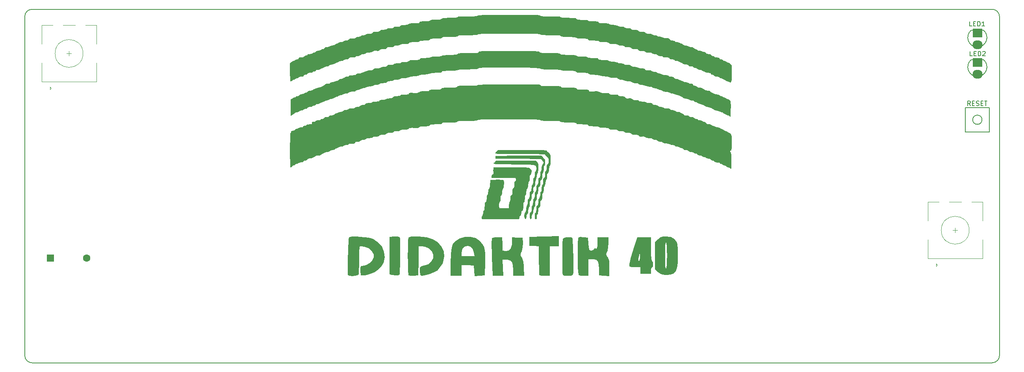
<source format=gbr>
%TF.GenerationSoftware,KiCad,Pcbnew,(6.0.7)*%
%TF.CreationDate,2023-01-26T11:33:43+01:00*%
%TF.ProjectId,Didaktik multilayout,44696461-6b74-4696-9b20-6d756c74696c,rev?*%
%TF.SameCoordinates,Original*%
%TF.FileFunction,Legend,Top*%
%TF.FilePolarity,Positive*%
%FSLAX46Y46*%
G04 Gerber Fmt 4.6, Leading zero omitted, Abs format (unit mm)*
G04 Created by KiCad (PCBNEW (6.0.7)) date 2023-01-26 11:33:43*
%MOMM*%
%LPD*%
G01*
G04 APERTURE LIST*
%TA.AperFunction,Profile*%
%ADD10C,0.150000*%
%TD*%
%ADD11C,0.150000*%
%ADD12C,0.203200*%
%ADD13C,0.120000*%
%ADD14O,2.159000X1.905000*%
%ADD15R,2.159000X1.905000*%
%ADD16R,1.600000X1.600000*%
%ADD17C,1.600000*%
G04 APERTURE END LIST*
D10*
X31750000Y-106362500D02*
G75*
G03*
X33337500Y-107950000I1587500J0D01*
G01*
X33337500Y-31750000D02*
X239712500Y-31750000D01*
X31750000Y-106362500D02*
X31750000Y-33337500D01*
X239712500Y-107950000D02*
G75*
G03*
X241300000Y-106362500I0J1587500D01*
G01*
X239712500Y-107950000D02*
X33337500Y-107950000D01*
X241300000Y-33337500D02*
G75*
G03*
X239712500Y-31750000I-1587500J0D01*
G01*
X33337500Y-31750000D02*
G75*
G03*
X31750000Y-33337500I0J-1587500D01*
G01*
X241300000Y-33337500D02*
X241300000Y-106362500D01*
D11*
X235481952Y-41811380D02*
X235005761Y-41811380D01*
X235005761Y-40811380D01*
X235815285Y-41287571D02*
X236148619Y-41287571D01*
X236291476Y-41811380D02*
X235815285Y-41811380D01*
X235815285Y-40811380D01*
X236291476Y-40811380D01*
X236720047Y-41811380D02*
X236720047Y-40811380D01*
X236958142Y-40811380D01*
X237101000Y-40859000D01*
X237196238Y-40954238D01*
X237243857Y-41049476D01*
X237291476Y-41239952D01*
X237291476Y-41382809D01*
X237243857Y-41573285D01*
X237196238Y-41668523D01*
X237101000Y-41763761D01*
X236958142Y-41811380D01*
X236720047Y-41811380D01*
X237672428Y-40906619D02*
X237720047Y-40859000D01*
X237815285Y-40811380D01*
X238053380Y-40811380D01*
X238148619Y-40859000D01*
X238196238Y-40906619D01*
X238243857Y-41001857D01*
X238243857Y-41097095D01*
X238196238Y-41239952D01*
X237624809Y-41811380D01*
X238243857Y-41811380D01*
X235021619Y-52522380D02*
X234688285Y-52046190D01*
X234450190Y-52522380D02*
X234450190Y-51522380D01*
X234831142Y-51522380D01*
X234926380Y-51570000D01*
X234974000Y-51617619D01*
X235021619Y-51712857D01*
X235021619Y-51855714D01*
X234974000Y-51950952D01*
X234926380Y-51998571D01*
X234831142Y-52046190D01*
X234450190Y-52046190D01*
X235450190Y-51998571D02*
X235783523Y-51998571D01*
X235926380Y-52522380D02*
X235450190Y-52522380D01*
X235450190Y-51522380D01*
X235926380Y-51522380D01*
X236307333Y-52474761D02*
X236450190Y-52522380D01*
X236688285Y-52522380D01*
X236783523Y-52474761D01*
X236831142Y-52427142D01*
X236878761Y-52331904D01*
X236878761Y-52236666D01*
X236831142Y-52141428D01*
X236783523Y-52093809D01*
X236688285Y-52046190D01*
X236497809Y-51998571D01*
X236402571Y-51950952D01*
X236354952Y-51903333D01*
X236307333Y-51808095D01*
X236307333Y-51712857D01*
X236354952Y-51617619D01*
X236402571Y-51570000D01*
X236497809Y-51522380D01*
X236735904Y-51522380D01*
X236878761Y-51570000D01*
X237307333Y-51998571D02*
X237640666Y-51998571D01*
X237783523Y-52522380D02*
X237307333Y-52522380D01*
X237307333Y-51522380D01*
X237783523Y-51522380D01*
X238069238Y-51522380D02*
X238640666Y-51522380D01*
X238354952Y-52522380D02*
X238354952Y-51522380D01*
X235354952Y-35377380D02*
X234878761Y-35377380D01*
X234878761Y-34377380D01*
X235688285Y-34853571D02*
X236021619Y-34853571D01*
X236164476Y-35377380D02*
X235688285Y-35377380D01*
X235688285Y-34377380D01*
X236164476Y-34377380D01*
X236593047Y-35377380D02*
X236593047Y-34377380D01*
X236831142Y-34377380D01*
X236974000Y-34425000D01*
X237069238Y-34520238D01*
X237116857Y-34615476D01*
X237164476Y-34805952D01*
X237164476Y-34948809D01*
X237116857Y-35139285D01*
X237069238Y-35234523D01*
X236974000Y-35329761D01*
X236831142Y-35377380D01*
X236593047Y-35377380D01*
X238116857Y-35377380D02*
X237545428Y-35377380D01*
X237831142Y-35377380D02*
X237831142Y-34377380D01*
X237735904Y-34520238D01*
X237640666Y-34615476D01*
X237545428Y-34663095D01*
D12*
%TO.C,D42*%
X237807500Y-42621200D02*
X235267500Y-42621200D01*
X235216700Y-42621200D02*
G75*
G03*
X237859021Y-42621805I1320800J-1574800D01*
G01*
%TO.C,G\u002A\u002A\u002A*%
G36*
X143227597Y-63697175D02*
G01*
X143459779Y-63957287D01*
X143581559Y-64175828D01*
X143628124Y-64443965D01*
X143634866Y-64752413D01*
X143606503Y-65204180D01*
X143519021Y-65466985D01*
X143474782Y-65516663D01*
X143363824Y-65726809D01*
X143316777Y-66126562D01*
X143314698Y-66263722D01*
X143283927Y-66714976D01*
X143189913Y-66973509D01*
X143154614Y-67010781D01*
X143044971Y-67216387D01*
X142997246Y-67608013D01*
X142994530Y-67767153D01*
X142981391Y-68138552D01*
X142930678Y-68356069D01*
X142825448Y-68478268D01*
X142781084Y-68504899D01*
X142657226Y-68608799D01*
X142592025Y-68789352D01*
X142568879Y-69104671D01*
X142567639Y-69251957D01*
X142554952Y-69625966D01*
X142505823Y-69845566D01*
X142403648Y-69968873D01*
X142354194Y-69999016D01*
X142234303Y-70097476D01*
X142169073Y-70267207D01*
X142143436Y-70564174D01*
X142140748Y-70791773D01*
X142125586Y-71198948D01*
X142074548Y-71432944D01*
X141980664Y-71531728D01*
X141883589Y-71636726D01*
X141833156Y-71882309D01*
X141820580Y-72240193D01*
X141803819Y-72638986D01*
X141747847Y-72864308D01*
X141660496Y-72948658D01*
X141558816Y-73062680D01*
X141509032Y-73328139D01*
X141500412Y-73603922D01*
X141459831Y-74086248D01*
X141337095Y-74377713D01*
X141327000Y-74389374D01*
X141214126Y-74616368D01*
X141130259Y-74980446D01*
X141105087Y-75198198D01*
X141051255Y-75574849D01*
X140965835Y-75847038D01*
X140904970Y-75933891D01*
X140803950Y-76117088D01*
X140754751Y-76420315D01*
X140753353Y-76482767D01*
X140710517Y-76786012D01*
X140602341Y-76975524D01*
X140459331Y-77010858D01*
X140390258Y-76964212D01*
X140356509Y-76831357D01*
X140333384Y-76550787D01*
X140326463Y-76250178D01*
X140340540Y-75861092D01*
X140392390Y-75628200D01*
X140496433Y-75495528D01*
X140526160Y-75475226D01*
X140648743Y-75350233D01*
X140700290Y-75137333D01*
X140698963Y-74807442D01*
X140711569Y-74390542D01*
X140810305Y-74100465D01*
X140872795Y-74009188D01*
X141013334Y-73724552D01*
X141070634Y-73308100D01*
X141073521Y-73153834D01*
X141093267Y-72767269D01*
X141158268Y-72555260D01*
X141233605Y-72492232D01*
X141337855Y-72372863D01*
X141387041Y-72095880D01*
X141393689Y-71862868D01*
X141427663Y-71440319D01*
X141523163Y-71171314D01*
X141550710Y-71137915D01*
X141654001Y-70922141D01*
X141716771Y-70550657D01*
X141727816Y-70366210D01*
X141773363Y-69917073D01*
X141882081Y-69631643D01*
X141944325Y-69555103D01*
X142069205Y-69357447D01*
X142129535Y-69049399D01*
X142140748Y-68730791D01*
X142150913Y-68370041D01*
X142192563Y-68168627D01*
X142282431Y-68072952D01*
X142354194Y-68047085D01*
X142475165Y-67986051D01*
X142539946Y-67848291D01*
X142564926Y-67580589D01*
X142567639Y-67354008D01*
X142595252Y-66901956D01*
X142680675Y-66637770D01*
X142727723Y-66583890D01*
X142842177Y-66364987D01*
X142887371Y-65971567D01*
X142887807Y-65920639D01*
X142939551Y-65449696D01*
X143101252Y-65118894D01*
X143259831Y-64895845D01*
X143293056Y-64730670D01*
X143194489Y-64543672D01*
X143039296Y-64351962D01*
X142763895Y-64024666D01*
X137836565Y-63996925D01*
X132909236Y-63969184D01*
X132909236Y-63328848D01*
X137864781Y-63301089D01*
X142820327Y-63273329D01*
X143227597Y-63697175D01*
G37*
G36*
X139400151Y-32961147D02*
G01*
X140214746Y-32964701D01*
X140878033Y-32970810D01*
X141405547Y-32979837D01*
X141812820Y-32992145D01*
X142115388Y-33008096D01*
X142328783Y-33028052D01*
X142468540Y-33052377D01*
X142550192Y-33081433D01*
X142589273Y-33115583D01*
X142591034Y-33118560D01*
X142650306Y-33177488D01*
X142771487Y-33221111D01*
X142982619Y-33251607D01*
X143311745Y-33271153D01*
X143786907Y-33281925D01*
X144436149Y-33286100D01*
X144753134Y-33286411D01*
X145494274Y-33289119D01*
X146050022Y-33298584D01*
X146448378Y-33316817D01*
X146717343Y-33345831D01*
X146884916Y-33387636D01*
X146979097Y-33444245D01*
X146981385Y-33446495D01*
X147092487Y-33513543D01*
X147290692Y-33559882D01*
X147608735Y-33588696D01*
X148079354Y-33603171D01*
X148626880Y-33606579D01*
X149228409Y-33609413D01*
X149655372Y-33621107D01*
X149946610Y-33646448D01*
X150140963Y-33690224D01*
X150277271Y-33757224D01*
X150358395Y-33820025D01*
X150499787Y-33918580D01*
X150681668Y-33981682D01*
X150951437Y-34016806D01*
X151356492Y-34031424D01*
X151712108Y-34033470D01*
X152231880Y-34039516D01*
X152574134Y-34060911D01*
X152774540Y-34102539D01*
X152868771Y-34169285D01*
X152881146Y-34193554D01*
X152953953Y-34270137D01*
X153125791Y-34318843D01*
X153433002Y-34344897D01*
X153911929Y-34353524D01*
X153994630Y-34353638D01*
X154483578Y-34357838D01*
X154802534Y-34375730D01*
X154994873Y-34415253D01*
X155103972Y-34484345D01*
X155160916Y-34567083D01*
X155236547Y-34667810D01*
X155362203Y-34730988D01*
X155582443Y-34765117D01*
X155941827Y-34778696D01*
X156279956Y-34780529D01*
X156784798Y-34788789D01*
X157112578Y-34817000D01*
X157299166Y-34870310D01*
X157372516Y-34937334D01*
X157506935Y-35031952D01*
X157800670Y-35091358D01*
X158240140Y-35120032D01*
X158723493Y-35158719D01*
X159087607Y-35233310D01*
X159242944Y-35302072D01*
X159473904Y-35397587D01*
X159823522Y-35472724D01*
X160060802Y-35499229D01*
X160460263Y-35554558D01*
X160699862Y-35649018D01*
X160741777Y-35693997D01*
X160890636Y-35793178D01*
X161211645Y-35841256D01*
X161466208Y-35847756D01*
X161862717Y-35865008D01*
X162085622Y-35922480D01*
X162166020Y-36007840D01*
X162273669Y-36106306D01*
X162525142Y-36156595D01*
X162857413Y-36167924D01*
X163252329Y-36185167D01*
X163499646Y-36248082D01*
X163663249Y-36373447D01*
X163670133Y-36381369D01*
X163841065Y-36514849D01*
X164100133Y-36579870D01*
X164445790Y-36594815D01*
X164834024Y-36615206D01*
X165077333Y-36688429D01*
X165221448Y-36808260D01*
X165397885Y-36944280D01*
X165666694Y-37008874D01*
X165979157Y-37021705D01*
X166422717Y-37057620D01*
X166670812Y-37164511D01*
X166686967Y-37181789D01*
X166881733Y-37290927D01*
X167183858Y-37341268D01*
X167220580Y-37341873D01*
X167528338Y-37383493D01*
X167740671Y-37487489D01*
X167754194Y-37501957D01*
X167948960Y-37611095D01*
X168251085Y-37661436D01*
X168287807Y-37662041D01*
X168595565Y-37703661D01*
X168807898Y-37807657D01*
X168821421Y-37822126D01*
X169003424Y-37924517D01*
X169351443Y-37974808D01*
X169637550Y-37982210D01*
X170012701Y-37989249D01*
X170230907Y-38023143D01*
X170348530Y-38103055D01*
X170421930Y-38248147D01*
X170422261Y-38249016D01*
X170518527Y-38418948D01*
X170682244Y-38496806D01*
X170984757Y-38515814D01*
X170995176Y-38515823D01*
X171351950Y-38550960D01*
X171520365Y-38659107D01*
X171528082Y-38675907D01*
X171687114Y-38797222D01*
X172012129Y-38835991D01*
X172327646Y-38875014D01*
X172565497Y-38971638D01*
X172594830Y-38996075D01*
X172821311Y-39129908D01*
X172959442Y-39156159D01*
X173183017Y-39231360D01*
X173357135Y-39369605D01*
X173654715Y-39545768D01*
X173964000Y-39583050D01*
X174294052Y-39626258D01*
X174439129Y-39743134D01*
X174589966Y-39860709D01*
X174929878Y-39902988D01*
X174965638Y-39903218D01*
X175296389Y-39930901D01*
X175483407Y-40029762D01*
X175544950Y-40116663D01*
X175752454Y-40294523D01*
X175949924Y-40330109D01*
X176225924Y-40403364D01*
X176365076Y-40529323D01*
X176538315Y-40673534D01*
X176837051Y-40700743D01*
X176865638Y-40698691D01*
X177183076Y-40720999D01*
X177366941Y-40819645D01*
X177560293Y-40931527D01*
X177795439Y-40970445D01*
X178091736Y-41050671D01*
X178213017Y-41183890D01*
X178368264Y-41337892D01*
X178649661Y-41395224D01*
X178746631Y-41397336D01*
X179069054Y-41434401D01*
X179249990Y-41562003D01*
X179280244Y-41610781D01*
X179490925Y-41789194D01*
X179710890Y-41824226D01*
X179962306Y-41872428D01*
X180027303Y-41984310D01*
X180085114Y-42085588D01*
X180284845Y-42134649D01*
X180553725Y-42144394D01*
X180884331Y-42160252D01*
X181061943Y-42221961D01*
X181145580Y-42350724D01*
X181147891Y-42357840D01*
X181293973Y-42531149D01*
X181517194Y-42571285D01*
X181761492Y-42623151D01*
X181880182Y-42731369D01*
X182022934Y-42855461D01*
X182198701Y-42891453D01*
X182454862Y-42954362D01*
X182588647Y-43051537D01*
X182803525Y-43188591D01*
X182930093Y-43211621D01*
X183135016Y-43283627D01*
X183385661Y-43462627D01*
X183450638Y-43523580D01*
X183762597Y-43835539D01*
X183762597Y-45530913D01*
X183758174Y-46215114D01*
X183743235Y-46716448D01*
X183715274Y-47065344D01*
X183671784Y-47292231D01*
X183610260Y-47427536D01*
X183605907Y-47433450D01*
X183488576Y-47544337D01*
X183445823Y-47507210D01*
X183346991Y-47411601D01*
X183093452Y-47373832D01*
X183085440Y-47373806D01*
X182723253Y-47295718D01*
X182535286Y-47160361D01*
X182324775Y-46998657D01*
X182158284Y-46946915D01*
X181937678Y-46870083D01*
X181841589Y-46786831D01*
X181635162Y-46659835D01*
X181451642Y-46626747D01*
X181229624Y-46567510D01*
X181133124Y-46466663D01*
X180982287Y-46349088D01*
X180642375Y-46306810D01*
X180606614Y-46306579D01*
X180275863Y-46278896D01*
X180088846Y-46180036D01*
X180027303Y-46093134D01*
X179817802Y-45914847D01*
X179609104Y-45879689D01*
X179352244Y-45822190D01*
X179249321Y-45666243D01*
X179171502Y-45529153D01*
X178993366Y-45466097D01*
X178716328Y-45452798D01*
X178346988Y-45413601D01*
X178118981Y-45306515D01*
X178106294Y-45292714D01*
X177899805Y-45155913D01*
X177780682Y-45132630D01*
X177547929Y-45060620D01*
X177427843Y-44972546D01*
X177214111Y-44861491D01*
X176916733Y-44812574D01*
X176902936Y-44812462D01*
X176541145Y-44741021D01*
X176292009Y-44599016D01*
X176035239Y-44442769D01*
X175806845Y-44385571D01*
X175592241Y-44322128D01*
X175506356Y-44225487D01*
X175346723Y-44104168D01*
X175015590Y-44065403D01*
X174678156Y-44025925D01*
X174480928Y-43892066D01*
X174452956Y-43851957D01*
X174278456Y-43697367D01*
X173977499Y-43640291D01*
X173886421Y-43638512D01*
X173587475Y-43615252D01*
X173380474Y-43557402D01*
X173351799Y-43537368D01*
X173118431Y-43367455D01*
X172773105Y-43182446D01*
X172396141Y-43018672D01*
X172067855Y-42912462D01*
X171923799Y-42891453D01*
X171654641Y-42837828D01*
X171489488Y-42731369D01*
X171281977Y-42619025D01*
X170936138Y-42571711D01*
X170896637Y-42571285D01*
X170587033Y-42549451D01*
X170426467Y-42467377D01*
X170368900Y-42357840D01*
X170302464Y-42239406D01*
X170163462Y-42174537D01*
X169899282Y-42148115D01*
X169626067Y-42144394D01*
X169219811Y-42129070D01*
X168986754Y-42077531D01*
X168889549Y-41984310D01*
X168729745Y-41862992D01*
X168396835Y-41824226D01*
X168010165Y-41767627D01*
X167782792Y-41610781D01*
X167549177Y-41451690D01*
X167182975Y-41397701D01*
X167140151Y-41397336D01*
X166785579Y-41359877D01*
X166622392Y-41245696D01*
X166618838Y-41237252D01*
X166511559Y-41138978D01*
X166260906Y-41088666D01*
X165925140Y-41077168D01*
X165530239Y-41059554D01*
X165309052Y-41000979D01*
X165231443Y-40917083D01*
X165130838Y-40822392D01*
X164895100Y-40771806D01*
X164491488Y-40756999D01*
X164104592Y-40746211D01*
X163874534Y-40703800D01*
X163745349Y-40614698D01*
X163698731Y-40543554D01*
X163593122Y-40418489D01*
X163409157Y-40353332D01*
X163088103Y-40331009D01*
X162964458Y-40330109D01*
X162566929Y-40311208D01*
X162315213Y-40243094D01*
X162151252Y-40116663D01*
X161975678Y-39984715D01*
X161714846Y-39919398D01*
X161345710Y-39903218D01*
X160955998Y-39884332D01*
X160740463Y-39821910D01*
X160671902Y-39743134D01*
X160549627Y-39637531D01*
X160266462Y-39588737D01*
X160055232Y-39583050D01*
X159585876Y-39537320D01*
X159305214Y-39406778D01*
X159132794Y-39307393D01*
X158862053Y-39258070D01*
X158441086Y-39250439D01*
X158349848Y-39252715D01*
X157931161Y-39255530D01*
X157665214Y-39225761D01*
X157492277Y-39151201D01*
X157384797Y-39055457D01*
X157257819Y-38948418D01*
X157087018Y-38882613D01*
X156821941Y-38848531D01*
X156412133Y-38836659D01*
X156220636Y-38835991D01*
X155738494Y-38828220D01*
X155431922Y-38800994D01*
X155263479Y-38748444D01*
X155199510Y-38675907D01*
X155126704Y-38599324D01*
X154954865Y-38550618D01*
X154647654Y-38524564D01*
X154168727Y-38515937D01*
X154086026Y-38515823D01*
X153597078Y-38511623D01*
X153278122Y-38493731D01*
X153085783Y-38454208D01*
X152976684Y-38385116D01*
X152919740Y-38302378D01*
X152849448Y-38206820D01*
X152733662Y-38144787D01*
X152530888Y-38109188D01*
X152199632Y-38092934D01*
X151698401Y-38088938D01*
X151670397Y-38088932D01*
X151121813Y-38081484D01*
X150746774Y-38055768D01*
X150505788Y-38006726D01*
X150359364Y-37929303D01*
X150348188Y-37919610D01*
X150228235Y-37848461D01*
X150028473Y-37797936D01*
X149714810Y-37764241D01*
X149253156Y-37743581D01*
X148670069Y-37732846D01*
X148055525Y-37721819D01*
X147617786Y-37702536D01*
X147320249Y-37670594D01*
X147126310Y-37621587D01*
X146999364Y-37551112D01*
X146972714Y-37528638D01*
X146877878Y-37462731D01*
X146739567Y-37414189D01*
X146527028Y-37380448D01*
X146209504Y-37358942D01*
X145756240Y-37347107D01*
X145136481Y-37342377D01*
X144733438Y-37341873D01*
X144002596Y-37339223D01*
X143457166Y-37329892D01*
X143069161Y-37311813D01*
X142810597Y-37282917D01*
X142653490Y-37241136D01*
X142569853Y-37184401D01*
X142567639Y-37181789D01*
X142518425Y-37148449D01*
X142420064Y-37119983D01*
X142257093Y-37096020D01*
X142014046Y-37076189D01*
X141675459Y-37060120D01*
X141225868Y-37047440D01*
X140649808Y-37037780D01*
X139931815Y-37030767D01*
X139056424Y-37026030D01*
X138008171Y-37023199D01*
X136771591Y-37021902D01*
X135897471Y-37021705D01*
X134535509Y-37022233D01*
X133371526Y-37024063D01*
X132390057Y-37027567D01*
X131575638Y-37033115D01*
X130912805Y-37041080D01*
X130386092Y-37051832D01*
X129980036Y-37065742D01*
X129679172Y-37083181D01*
X129468035Y-37104522D01*
X129331162Y-37130133D01*
X129253087Y-37160388D01*
X129227303Y-37181789D01*
X129146025Y-37239166D01*
X128992396Y-37281507D01*
X128738430Y-37310878D01*
X128356144Y-37329351D01*
X127817552Y-37338992D01*
X127094669Y-37341870D01*
X127061504Y-37341873D01*
X126339476Y-37344034D01*
X125800403Y-37352166D01*
X125413825Y-37368743D01*
X125149281Y-37396239D01*
X124976309Y-37437128D01*
X124864450Y-37493885D01*
X124828112Y-37523279D01*
X124716637Y-37596370D01*
X124546939Y-37647671D01*
X124283518Y-37680970D01*
X123890869Y-37700057D01*
X123333489Y-37708721D01*
X123078156Y-37710044D01*
X122464203Y-37714886D01*
X122029810Y-37727086D01*
X121741120Y-37750579D01*
X121564276Y-37789295D01*
X121465418Y-37847166D01*
X121423934Y-37902168D01*
X121350376Y-37984915D01*
X121214477Y-38039369D01*
X120977286Y-38071120D01*
X120599851Y-38085762D01*
X120122882Y-38088932D01*
X119596180Y-38092337D01*
X119241982Y-38106927D01*
X119019396Y-38139266D01*
X118887530Y-38195919D01*
X118805494Y-38283451D01*
X118793247Y-38302378D01*
X118707054Y-38403531D01*
X118571679Y-38466851D01*
X118341628Y-38500893D01*
X117971404Y-38514216D01*
X117658405Y-38515823D01*
X117165454Y-38523025D01*
X116848630Y-38548340D01*
X116670982Y-38597334D01*
X116595561Y-38675570D01*
X116595432Y-38675907D01*
X116520266Y-38754289D01*
X116342949Y-38803383D01*
X116026520Y-38828760D01*
X115534020Y-38835991D01*
X115533327Y-38835991D01*
X115048494Y-38841813D01*
X114728626Y-38865035D01*
X114525421Y-38914293D01*
X114390580Y-38998224D01*
X114339488Y-39049436D01*
X114195790Y-39165562D01*
X113989981Y-39231189D01*
X113664657Y-39259026D01*
X113375510Y-39262882D01*
X112906942Y-39279574D01*
X112614999Y-39333725D01*
X112471841Y-39422966D01*
X112267988Y-39532094D01*
X111879525Y-39580065D01*
X111711714Y-39583050D01*
X111344216Y-39595803D01*
X111148772Y-39640909D01*
X111085137Y-39728639D01*
X111084446Y-39743134D01*
X111037950Y-39833138D01*
X110871894Y-39883050D01*
X110546425Y-39902118D01*
X110394503Y-39903218D01*
X110004376Y-39913602D01*
X109771657Y-39954567D01*
X109640897Y-40040830D01*
X109590328Y-40116663D01*
X109484719Y-40241728D01*
X109300753Y-40306886D01*
X108979699Y-40329209D01*
X108856055Y-40330109D01*
X108463794Y-40347905D01*
X108214766Y-40413659D01*
X108040797Y-40545917D01*
X108033513Y-40553871D01*
X107867862Y-40691764D01*
X107659706Y-40737660D01*
X107339589Y-40712443D01*
X106986162Y-40690733D01*
X106738886Y-40754613D01*
X106574893Y-40862210D01*
X106240907Y-41025772D01*
X105772862Y-41077167D01*
X105771226Y-41077168D01*
X105360978Y-41114568D01*
X105122086Y-41221990D01*
X105107975Y-41237252D01*
X104914070Y-41346143D01*
X104614583Y-41396710D01*
X104577835Y-41397336D01*
X104177608Y-41473611D01*
X103987387Y-41610781D01*
X103689807Y-41786944D01*
X103380522Y-41824226D01*
X103050470Y-41867434D01*
X102905392Y-41984310D01*
X102804788Y-42079002D01*
X102569050Y-42129588D01*
X102165438Y-42144394D01*
X101778542Y-42155183D01*
X101548484Y-42197594D01*
X101419299Y-42286696D01*
X101372681Y-42357840D01*
X101213108Y-42513954D01*
X100923778Y-42569948D01*
X100848380Y-42571285D01*
X100532901Y-42612632D01*
X100318639Y-42717202D01*
X100305454Y-42731369D01*
X100113528Y-42840954D01*
X99826413Y-42891122D01*
X99802287Y-42891453D01*
X99444537Y-42958500D01*
X99160626Y-43104899D01*
X98925015Y-43255107D01*
X98737135Y-43318338D01*
X98735960Y-43318344D01*
X98538882Y-43388660D01*
X98422561Y-43478428D01*
X98213599Y-43584857D01*
X97909448Y-43637348D01*
X97859750Y-43638512D01*
X97454904Y-43714328D01*
X97263858Y-43851957D01*
X96966278Y-44028121D01*
X96656993Y-44065403D01*
X96326940Y-44108611D01*
X96181863Y-44225487D01*
X96038221Y-44352932D01*
X95881585Y-44385571D01*
X95629782Y-44461922D01*
X95449572Y-44599016D01*
X95200951Y-44759729D01*
X94817370Y-44812341D01*
X94792695Y-44812462D01*
X94482187Y-44834893D01*
X94344498Y-44910640D01*
X94328984Y-44972546D01*
X94234556Y-45099046D01*
X94005466Y-45132630D01*
X93743723Y-45182696D01*
X93620518Y-45292714D01*
X93469682Y-45410289D01*
X93129770Y-45452567D01*
X93094009Y-45452798D01*
X92763258Y-45480481D01*
X92576241Y-45579342D01*
X92514698Y-45666243D01*
X92307194Y-45844103D01*
X92109724Y-45879689D01*
X91818804Y-45962695D01*
X91685684Y-46093134D01*
X91509166Y-46248633D01*
X91204633Y-46305125D01*
X91123049Y-46306579D01*
X90781500Y-46348742D01*
X90632283Y-46466663D01*
X90489081Y-46592439D01*
X90323088Y-46626747D01*
X90054978Y-46693675D01*
X89915238Y-46786831D01*
X89688757Y-46920664D01*
X89550626Y-46946915D01*
X89326308Y-47022124D01*
X89155211Y-47157844D01*
X88983977Y-47294889D01*
X88871863Y-47311630D01*
X88842431Y-47191651D01*
X88816867Y-46892999D01*
X88796775Y-46450436D01*
X88783758Y-45898722D01*
X88779404Y-45306485D01*
X88779404Y-43358484D01*
X89095250Y-43124969D01*
X89344604Y-42969286D01*
X89542881Y-42893008D01*
X89562435Y-42891453D01*
X89753390Y-42815979D01*
X89846631Y-42731369D01*
X90047537Y-42610972D01*
X90274142Y-42571285D01*
X90528093Y-42509289D01*
X90624612Y-42357840D01*
X90709282Y-42215156D01*
X90903509Y-42153513D01*
X91117312Y-42144394D01*
X91545398Y-42074831D01*
X91767639Y-41930949D01*
X92021886Y-41769486D01*
X92247891Y-41717504D01*
X92462477Y-41661839D01*
X92514698Y-41557420D01*
X92579212Y-41450586D01*
X92797394Y-41402932D01*
X92981882Y-41397336D01*
X93343381Y-41357805D01*
X93569349Y-41250930D01*
X93581925Y-41237252D01*
X93788415Y-41100451D01*
X93907537Y-41077168D01*
X94135003Y-41005259D01*
X94275144Y-40902316D01*
X94490931Y-40781325D01*
X94807568Y-40699865D01*
X94891531Y-40690029D01*
X95200152Y-40628314D01*
X95400438Y-40520934D01*
X95423303Y-40491352D01*
X95587127Y-40373639D01*
X95821212Y-40330109D01*
X96088176Y-40268751D01*
X96196631Y-40116663D01*
X96285258Y-39978501D01*
X96475166Y-39915530D01*
X96740785Y-39903218D01*
X97098528Y-39869001D01*
X97269050Y-39763279D01*
X97278625Y-39743134D01*
X97435607Y-39621878D01*
X97741135Y-39583050D01*
X98143221Y-39511802D01*
X98413567Y-39369605D01*
X98650425Y-39219289D01*
X98840819Y-39156163D01*
X98841783Y-39156159D01*
X99037759Y-39080452D01*
X99131505Y-38996075D01*
X99327594Y-38886566D01*
X99633841Y-38836567D01*
X99670563Y-38835991D01*
X99980016Y-38795587D01*
X100213148Y-38696301D01*
X100236847Y-38675907D01*
X100444495Y-38571204D01*
X100752805Y-38517683D01*
X100819170Y-38515823D01*
X101147047Y-38477699D01*
X101349638Y-38341816D01*
X101398587Y-38275697D01*
X101531152Y-38129342D01*
X101723256Y-38061846D01*
X102046232Y-38050453D01*
X102100204Y-38051866D01*
X102518055Y-38030476D01*
X102799213Y-37925549D01*
X102874504Y-37868804D01*
X103183725Y-37715705D01*
X103465036Y-37683007D01*
X103785857Y-37639196D01*
X104021674Y-37519220D01*
X104261083Y-37397328D01*
X104576275Y-37342154D01*
X104598028Y-37341873D01*
X104903308Y-37296286D01*
X105039846Y-37181789D01*
X105145922Y-37084145D01*
X105393905Y-37033765D01*
X105741207Y-37021705D01*
X106117211Y-37009347D01*
X106338413Y-36961373D01*
X106462586Y-36861431D01*
X106495370Y-36808260D01*
X106593005Y-36688988D01*
X106761104Y-36623769D01*
X107055284Y-36597770D01*
X107295790Y-36594815D01*
X107684854Y-36584300D01*
X107916697Y-36542868D01*
X108046934Y-36455689D01*
X108096210Y-36381369D01*
X108201347Y-36256637D01*
X108384366Y-36191466D01*
X108703834Y-36168912D01*
X108833957Y-36167924D01*
X109285426Y-36138498D01*
X109546320Y-36048119D01*
X109590328Y-36007840D01*
X109814927Y-35892638D01*
X110235661Y-35848261D01*
X110298138Y-35847756D01*
X110695785Y-35822698D01*
X110942320Y-35737369D01*
X111041650Y-35650891D01*
X111192869Y-35531791D01*
X111415732Y-35489246D01*
X111751293Y-35506018D01*
X112099085Y-35522837D01*
X112305098Y-35479355D01*
X112434109Y-35364177D01*
X112561051Y-35257264D01*
X112783248Y-35188919D01*
X113147780Y-35147934D01*
X113400867Y-35134081D01*
X113879312Y-35098080D01*
X114173356Y-35037062D01*
X114311199Y-34945012D01*
X114314674Y-34939172D01*
X114406641Y-34862325D01*
X114603000Y-34813610D01*
X114939875Y-34788015D01*
X115453389Y-34780529D01*
X115458187Y-34780529D01*
X115944261Y-34776865D01*
X116258391Y-34760620D01*
X116442026Y-34723912D01*
X116536617Y-34658857D01*
X116580664Y-34567083D01*
X116629913Y-34468952D01*
X116730033Y-34406426D01*
X116922474Y-34371621D01*
X117248686Y-34356657D01*
X117703141Y-34353638D01*
X118204786Y-34347735D01*
X118533643Y-34325882D01*
X118730151Y-34281868D01*
X118834747Y-34209478D01*
X118857103Y-34176324D01*
X118937014Y-34093764D01*
X119092000Y-34041360D01*
X119362147Y-34013252D01*
X119787538Y-34003579D01*
X120037946Y-34003668D01*
X120557863Y-33999443D01*
X120912710Y-33976738D01*
X121150555Y-33928498D01*
X121319467Y-33847669D01*
X121374928Y-33807453D01*
X121503193Y-33725975D01*
X121670859Y-33669675D01*
X121916662Y-33634098D01*
X122279339Y-33614789D01*
X122797623Y-33607291D01*
X123121195Y-33606579D01*
X123743488Y-33602165D01*
X124184886Y-33586793D01*
X124477799Y-33557266D01*
X124654634Y-33510391D01*
X124744950Y-33446495D01*
X124826228Y-33389118D01*
X124979857Y-33346778D01*
X125233822Y-33317406D01*
X125616109Y-33298934D01*
X126154701Y-33289293D01*
X126877584Y-33286415D01*
X126910749Y-33286411D01*
X127651769Y-33283379D01*
X128207192Y-33272968D01*
X128604797Y-33253210D01*
X128872365Y-33222135D01*
X129037675Y-33177774D01*
X129116479Y-33130039D01*
X129177077Y-33097437D01*
X129291623Y-33069462D01*
X129475407Y-33045734D01*
X129743715Y-33025874D01*
X130111837Y-33009505D01*
X130595061Y-32996246D01*
X131208675Y-32985720D01*
X131967966Y-32977548D01*
X132888224Y-32971351D01*
X133984736Y-32966751D01*
X135272791Y-32963369D01*
X135893184Y-32962188D01*
X137254904Y-32960253D01*
X138418715Y-32959785D01*
X139400151Y-32961147D01*
G37*
G36*
X139920153Y-62101733D02*
G01*
X140917214Y-62102798D01*
X141736346Y-62105445D01*
X142395306Y-62110391D01*
X142911851Y-62118349D01*
X143303741Y-62130034D01*
X143588731Y-62146161D01*
X143784581Y-62167445D01*
X143909049Y-62194601D01*
X143979891Y-62228342D01*
X144014866Y-62269384D01*
X144030834Y-62314983D01*
X144121445Y-62488127D01*
X144195369Y-62528428D01*
X144335271Y-62600221D01*
X144532685Y-62775589D01*
X144556451Y-62800733D01*
X144668062Y-62937070D01*
X144740922Y-63088693D01*
X144783199Y-63302344D01*
X144803062Y-63624766D01*
X144808680Y-64102700D01*
X144808815Y-64244839D01*
X144803320Y-64780437D01*
X144783811Y-65137708D01*
X144745758Y-65351559D01*
X144684630Y-65456899D01*
X144648731Y-65478070D01*
X144550265Y-65585719D01*
X144499976Y-65837192D01*
X144488647Y-66169462D01*
X144471404Y-66564378D01*
X144408489Y-66811696D01*
X144283125Y-66975298D01*
X144275202Y-66982182D01*
X144133499Y-67171475D01*
X144070282Y-67462936D01*
X144061757Y-67704450D01*
X144012470Y-68172885D01*
X143876917Y-68507833D01*
X143759173Y-68773894D01*
X143676894Y-69138673D01*
X143660020Y-69300729D01*
X143610534Y-69647315D01*
X143521629Y-69922677D01*
X143471331Y-70002830D01*
X143366027Y-70242967D01*
X143317022Y-70643964D01*
X143314698Y-70769741D01*
X143294479Y-71154685D01*
X143228067Y-71364842D01*
X143154614Y-71425005D01*
X143057199Y-71530644D01*
X143006797Y-71777656D01*
X142994530Y-72129216D01*
X142981302Y-72510830D01*
X142930766Y-72739222D01*
X142826646Y-72873576D01*
X142781084Y-72905296D01*
X142659079Y-73019527D01*
X142593689Y-73206750D01*
X142569359Y-73525088D01*
X142567639Y-73702866D01*
X142556310Y-74085732D01*
X142511973Y-74312492D01*
X142419104Y-74439768D01*
X142354194Y-74481369D01*
X142230986Y-74584359D01*
X142165769Y-74763094D01*
X142142192Y-75075349D01*
X142140748Y-75235532D01*
X142123586Y-75632450D01*
X142066387Y-75855789D01*
X141980664Y-75936893D01*
X141862677Y-76088805D01*
X141820746Y-76430688D01*
X141820580Y-76460859D01*
X141799294Y-76803278D01*
X141723452Y-76966354D01*
X141575077Y-76981030D01*
X141527093Y-76966057D01*
X141444043Y-76840999D01*
X141396520Y-76582858D01*
X141383271Y-76258244D01*
X141403043Y-75933770D01*
X141454580Y-75676046D01*
X141536630Y-75551684D01*
X141553773Y-75548596D01*
X141643777Y-75502100D01*
X141693690Y-75336045D01*
X141712758Y-75010575D01*
X141713858Y-74858654D01*
X141724242Y-74468527D01*
X141765207Y-74235807D01*
X141851469Y-74105048D01*
X141927303Y-74054478D01*
X142048378Y-73954423D01*
X142113617Y-73781526D01*
X142138543Y-73479165D01*
X142140748Y-73275975D01*
X142154176Y-72883076D01*
X142203780Y-72647119D01*
X142303542Y-72512755D01*
X142339972Y-72487287D01*
X142462657Y-72355661D01*
X142528707Y-72119397D01*
X142553429Y-71745473D01*
X142588536Y-71322727D01*
X142673143Y-71087882D01*
X142727735Y-71038495D01*
X142830270Y-70896496D01*
X142880158Y-70596121D01*
X142887807Y-70326949D01*
X142917449Y-69875526D01*
X143008416Y-69615016D01*
X143047891Y-69572126D01*
X143157534Y-69366520D01*
X143205259Y-68974894D01*
X143207975Y-68815754D01*
X143221114Y-68444355D01*
X143271827Y-68226838D01*
X143377057Y-68104638D01*
X143421421Y-68078008D01*
X143544629Y-67975018D01*
X143609846Y-67796283D01*
X143633422Y-67484028D01*
X143634866Y-67323845D01*
X143652028Y-66926928D01*
X143709227Y-66703588D01*
X143794950Y-66622484D01*
X143891276Y-66518886D01*
X143941770Y-66276428D01*
X143955034Y-65904446D01*
X143967600Y-65519163D01*
X144015838Y-65287899D01*
X144115555Y-65152155D01*
X144168479Y-65114540D01*
X144299646Y-64985608D01*
X144364511Y-64770196D01*
X144381925Y-64406226D01*
X144367690Y-64053072D01*
X144300199Y-63822873D01*
X144142268Y-63625744D01*
X144008395Y-63503248D01*
X143785721Y-63285913D01*
X143652075Y-63113344D01*
X143634866Y-63065302D01*
X143533815Y-63036656D01*
X143229566Y-63012383D01*
X142720472Y-62992447D01*
X142004888Y-62976815D01*
X141081166Y-62965453D01*
X139947662Y-62958327D01*
X138602729Y-62955402D01*
X138307625Y-62955319D01*
X137048591Y-62954212D01*
X135988647Y-62950653D01*
X135113448Y-62944289D01*
X134408650Y-62934763D01*
X133859908Y-62921722D01*
X133452877Y-62904811D01*
X133173212Y-62883673D01*
X133006569Y-62857956D01*
X132938602Y-62827302D01*
X132936087Y-62822429D01*
X132976610Y-62668214D01*
X133132544Y-62451802D01*
X133185791Y-62395538D01*
X133479792Y-62101537D01*
X138727404Y-62101537D01*
X139920153Y-62101733D01*
G37*
G36*
X137466717Y-65837797D02*
G01*
X138299814Y-65841212D01*
X138958239Y-65847858D01*
X139461374Y-65858512D01*
X139828602Y-65873956D01*
X140079307Y-65894969D01*
X140232871Y-65922329D01*
X140308678Y-65956818D01*
X140326463Y-65993161D01*
X140411199Y-66163008D01*
X140539908Y-66263722D01*
X140696837Y-66424991D01*
X140752273Y-66717385D01*
X140753353Y-66784550D01*
X140677888Y-67192617D01*
X140539908Y-67384310D01*
X140409839Y-67555816D01*
X140344316Y-67809552D01*
X140326463Y-68204621D01*
X140308535Y-68598179D01*
X140249009Y-68817921D01*
X140166379Y-68893196D01*
X140066397Y-69003806D01*
X140016315Y-69261810D01*
X140006294Y-69567003D01*
X139986719Y-69963279D01*
X139916409Y-70214305D01*
X139792849Y-70372546D01*
X139660901Y-70548120D01*
X139595584Y-70808952D01*
X139579404Y-71178088D01*
X139560518Y-71567800D01*
X139498096Y-71783335D01*
X139419320Y-71851896D01*
X139322245Y-71956894D01*
X139271812Y-72202477D01*
X139259236Y-72560361D01*
X139242474Y-72959154D01*
X139186502Y-73184476D01*
X139099152Y-73268826D01*
X139013939Y-73353713D01*
X138963746Y-73553558D01*
X138941696Y-73907027D01*
X138939068Y-74168864D01*
X138932321Y-74600711D01*
X138904681Y-74868888D01*
X138845048Y-75022948D01*
X138742321Y-75112443D01*
X138725622Y-75121705D01*
X138571531Y-75277132D01*
X138514253Y-75558864D01*
X138512177Y-75654916D01*
X138443175Y-76062454D01*
X138308879Y-76264817D01*
X138134619Y-76517944D01*
X138068753Y-76722546D01*
X138031925Y-76989352D01*
X134075572Y-77017313D01*
X133176806Y-77021762D01*
X132345780Y-77022216D01*
X131606536Y-77018942D01*
X130983115Y-77012203D01*
X130499557Y-77002266D01*
X130179903Y-76989397D01*
X130048194Y-76973859D01*
X130046790Y-76972845D01*
X129979181Y-76776032D01*
X130015794Y-76498991D01*
X130137840Y-76248576D01*
X130238270Y-76010897D01*
X130291807Y-75679780D01*
X130294530Y-75592978D01*
X130334525Y-75240476D01*
X130454614Y-75083112D01*
X130541645Y-74995419D01*
X130592023Y-74789107D01*
X130612954Y-74425271D01*
X130614698Y-74218816D01*
X130622601Y-73793925D01*
X130654215Y-73530136D01*
X130721401Y-73375434D01*
X130828143Y-73282652D01*
X130953398Y-73163391D01*
X131018717Y-72966559D01*
X131040844Y-72632312D01*
X131041589Y-72519774D01*
X131069888Y-72070131D01*
X131156419Y-71814749D01*
X131197366Y-71771706D01*
X131303665Y-71580079D01*
X131367496Y-71224646D01*
X131377348Y-71074842D01*
X131428951Y-70642798D01*
X131546546Y-70380664D01*
X131595100Y-70330746D01*
X131702082Y-70191759D01*
X131762254Y-69969126D01*
X131786528Y-69610067D01*
X131788647Y-69394622D01*
X131801235Y-69009363D01*
X131834396Y-68714205D01*
X131881224Y-68567978D01*
X131886139Y-68563965D01*
X132041103Y-68531967D01*
X132355827Y-68507308D01*
X132777468Y-68490436D01*
X133253184Y-68481801D01*
X133730133Y-68481850D01*
X134155471Y-68491031D01*
X134476356Y-68509794D01*
X134639946Y-68538587D01*
X134643479Y-68540564D01*
X134729746Y-68701193D01*
X134776246Y-69005224D01*
X134784795Y-69386702D01*
X134757212Y-69779672D01*
X134695314Y-70118180D01*
X134600917Y-70336272D01*
X134593773Y-70344628D01*
X134459451Y-70620418D01*
X134407010Y-71071230D01*
X134405998Y-71134843D01*
X134383462Y-71513995D01*
X134314117Y-71732899D01*
X134215578Y-71826678D01*
X134103329Y-71944575D01*
X134045813Y-72171478D01*
X134029824Y-72552596D01*
X134002345Y-72993356D01*
X133916177Y-73253146D01*
X133864923Y-73311417D01*
X133762875Y-73474384D01*
X133725474Y-73767040D01*
X133731520Y-74044863D01*
X133763017Y-74641453D01*
X135790748Y-74641453D01*
X135823526Y-74001947D01*
X135873576Y-73561790D01*
X135967036Y-73315140D01*
X136010291Y-73276266D01*
X136106059Y-73136833D01*
X136154921Y-72835240D01*
X136164278Y-72514144D01*
X136172966Y-72138158D01*
X136209083Y-71923561D01*
X136287710Y-71818655D01*
X136377723Y-71782379D01*
X136497734Y-71722221D01*
X136562525Y-71586581D01*
X136588056Y-71322729D01*
X136591168Y-71077139D01*
X136604072Y-70693766D01*
X136653482Y-70464001D01*
X136755448Y-70328990D01*
X136804614Y-70294417D01*
X136927308Y-70179136D01*
X136992693Y-69989911D01*
X137016576Y-69668244D01*
X137018059Y-69504510D01*
X137032975Y-69109876D01*
X137084332Y-68884290D01*
X137182049Y-68785009D01*
X137185291Y-68783730D01*
X137311238Y-68628273D01*
X137318694Y-68425463D01*
X137284866Y-68131369D01*
X134696841Y-68102791D01*
X132108815Y-68074213D01*
X132108815Y-67759697D01*
X132188846Y-67452894D01*
X132332414Y-67325515D01*
X132479876Y-67204967D01*
X132512175Y-67017054D01*
X132485984Y-66832561D01*
X132456605Y-66477285D01*
X132484310Y-66148052D01*
X132552666Y-65836831D01*
X136439564Y-65836831D01*
X137466717Y-65837797D01*
G37*
G36*
X141894641Y-64621770D02*
G01*
X142016085Y-64771286D01*
X142092475Y-64936347D01*
X142134229Y-65169011D01*
X142151766Y-65521337D01*
X142155362Y-65924445D01*
X142148903Y-66430330D01*
X142123171Y-66763210D01*
X142072363Y-66963098D01*
X141990675Y-67070009D01*
X141989021Y-67071229D01*
X141875802Y-67248953D01*
X141825075Y-67588510D01*
X141820580Y-67783218D01*
X141785575Y-68234723D01*
X141680340Y-68486031D01*
X141660496Y-68504899D01*
X141550854Y-68710504D01*
X141503128Y-69102131D01*
X141500412Y-69261270D01*
X141488147Y-69629305D01*
X141439151Y-69845014D01*
X141335127Y-69968718D01*
X141274611Y-70005629D01*
X141145070Y-70102430D01*
X141086662Y-70252639D01*
X141083532Y-70519538D01*
X141097437Y-70712850D01*
X141113955Y-71069603D01*
X141080055Y-71277895D01*
X140982892Y-71399373D01*
X140949708Y-71421852D01*
X140829248Y-71550947D01*
X140768946Y-71781483D01*
X140753353Y-72142601D01*
X140732415Y-72536701D01*
X140657692Y-72786610D01*
X140539908Y-72933890D01*
X140404692Y-73116731D01*
X140339863Y-73390241D01*
X140326463Y-73715767D01*
X140287245Y-74187872D01*
X140166806Y-74479380D01*
X140148600Y-74501015D01*
X140013355Y-74795998D01*
X139978281Y-75203115D01*
X139930535Y-75661707D01*
X139803310Y-75922126D01*
X139667488Y-76177643D01*
X139591924Y-76499480D01*
X139591106Y-76509100D01*
X139533575Y-76851009D01*
X139430909Y-76985905D01*
X139281641Y-76915705D01*
X139280580Y-76914647D01*
X139206771Y-76739795D01*
X139160490Y-76435767D01*
X139152513Y-76237490D01*
X139179546Y-75848878D01*
X139273586Y-75600827D01*
X139365958Y-75495235D01*
X139497906Y-75319660D01*
X139563224Y-75058828D01*
X139579404Y-74689692D01*
X139598289Y-74299980D01*
X139660711Y-74084446D01*
X139739488Y-74015885D01*
X139838804Y-73906583D01*
X139888984Y-73651459D01*
X139899572Y-73334487D01*
X139917583Y-72941480D01*
X139983030Y-72695363D01*
X140113017Y-72531762D01*
X140245160Y-72363668D01*
X140310364Y-72109624D01*
X140326463Y-71746070D01*
X140349646Y-71339450D01*
X140426213Y-71098212D01*
X140502653Y-71014301D01*
X140619382Y-70842757D01*
X140678518Y-70520323D01*
X140689823Y-70273259D01*
X140719313Y-69867060D01*
X140798178Y-69623068D01*
X140887161Y-69524780D01*
X141000366Y-69380941D01*
X141058309Y-69126689D01*
X141073521Y-68744677D01*
X141090461Y-68346730D01*
X141146981Y-68122301D01*
X141233605Y-68039414D01*
X141331879Y-67932135D01*
X141382191Y-67681482D01*
X141393689Y-67345717D01*
X141411303Y-66950816D01*
X141469878Y-66729628D01*
X141553773Y-66652019D01*
X141664632Y-66517840D01*
X141711317Y-66210083D01*
X141713858Y-66079298D01*
X141714033Y-65884330D01*
X141702331Y-65722675D01*
X141660408Y-65590960D01*
X141569922Y-65485811D01*
X141412528Y-65403857D01*
X141169884Y-65341724D01*
X140823648Y-65296040D01*
X140355474Y-65263431D01*
X139747022Y-65240525D01*
X138979947Y-65223949D01*
X138035906Y-65210330D01*
X136912759Y-65196495D01*
X135836022Y-65182667D01*
X134953376Y-65169622D01*
X134245478Y-65156294D01*
X133692980Y-65141616D01*
X133276537Y-65124524D01*
X132976805Y-65103950D01*
X132774436Y-65078828D01*
X132650087Y-65048092D01*
X132584411Y-65010675D01*
X132558064Y-64965512D01*
X132555984Y-64956369D01*
X132594237Y-64798299D01*
X132675518Y-64769605D01*
X132825279Y-64680122D01*
X132886797Y-64556159D01*
X132906138Y-64503293D01*
X132946889Y-64459964D01*
X133028601Y-64425223D01*
X133170827Y-64398122D01*
X133393118Y-64377713D01*
X133715028Y-64363049D01*
X134156109Y-64353181D01*
X134735912Y-64347162D01*
X135473991Y-64344043D01*
X136389897Y-64342878D01*
X137289317Y-64342714D01*
X141636020Y-64342714D01*
X141894641Y-64621770D01*
G37*
G36*
X140077356Y-47919117D02*
G01*
X140732656Y-47921982D01*
X141256540Y-47928170D01*
X141665416Y-47938139D01*
X141975688Y-47952348D01*
X142203762Y-47971256D01*
X142366043Y-47995322D01*
X142478938Y-48025004D01*
X142558851Y-48060761D01*
X142622188Y-48103052D01*
X142647705Y-48122804D01*
X142758127Y-48199705D01*
X142886745Y-48255902D01*
X143066009Y-48294270D01*
X143328374Y-48317684D01*
X143706291Y-48329017D01*
X144232212Y-48331144D01*
X144938591Y-48326940D01*
X144951272Y-48326839D01*
X145666761Y-48323137D01*
X146197617Y-48326477D01*
X146572594Y-48338970D01*
X146820446Y-48362731D01*
X146969928Y-48399871D01*
X147049796Y-48452503D01*
X147071127Y-48482590D01*
X147137335Y-48550294D01*
X147269319Y-48597949D01*
X147499461Y-48628854D01*
X147860141Y-48646305D01*
X148383740Y-48653600D01*
X148759103Y-48654478D01*
X149375949Y-48656336D01*
X149813541Y-48664759D01*
X150106059Y-48684024D01*
X150287682Y-48718407D01*
X150392590Y-48772184D01*
X150454962Y-48849633D01*
X150465118Y-48867924D01*
X150532800Y-48960848D01*
X150643832Y-49022204D01*
X150838176Y-49058426D01*
X151155794Y-49075951D01*
X151636647Y-49081215D01*
X151790459Y-49081369D01*
X152315036Y-49083813D01*
X152664467Y-49095642D01*
X152877035Y-49123598D01*
X152991021Y-49174425D01*
X153044710Y-49254867D01*
X153060050Y-49305005D01*
X153101689Y-49413121D01*
X153186536Y-49473814D01*
X153359767Y-49494196D01*
X153666556Y-49481380D01*
X154009288Y-49454442D01*
X154472325Y-49423232D01*
X154791748Y-49427671D01*
X155035561Y-49475542D01*
X155271768Y-49574627D01*
X155333037Y-49605931D01*
X155642786Y-49735889D01*
X155984406Y-49800309D01*
X156439519Y-49812983D01*
X156544685Y-49810704D01*
X156976168Y-49809599D01*
X157245047Y-49840476D01*
X157400882Y-49911969D01*
X157454524Y-49969192D01*
X157569914Y-50063633D01*
X157776132Y-50119318D01*
X158119015Y-50144565D01*
X158442986Y-50148596D01*
X158898179Y-50158154D01*
X159179107Y-50191301D01*
X159324284Y-50254748D01*
X159361695Y-50308680D01*
X159477257Y-50411112D01*
X159746055Y-50460739D01*
X160009130Y-50468764D01*
X160379075Y-50485801D01*
X160619296Y-50555151D01*
X160812050Y-50704175D01*
X160856484Y-50750617D01*
X161037614Y-50918777D01*
X161220530Y-50987905D01*
X161491641Y-50981290D01*
X161643486Y-50962740D01*
X161981830Y-50933609D01*
X162190214Y-50970472D01*
X162346086Y-51088931D01*
X162363501Y-51107777D01*
X162538817Y-51240328D01*
X162797768Y-51306030D01*
X163170241Y-51322546D01*
X163559952Y-51341431D01*
X163775487Y-51403853D01*
X163844048Y-51482630D01*
X163951591Y-51581041D01*
X164202830Y-51631337D01*
X164536096Y-51642714D01*
X164987828Y-51671178D01*
X165250449Y-51758938D01*
X165299572Y-51802798D01*
X165506820Y-51912919D01*
X165901399Y-51960406D01*
X166052506Y-51962882D01*
X166412835Y-51973849D01*
X166615229Y-52018108D01*
X166714577Y-52112690D01*
X166740328Y-52176327D01*
X166829360Y-52314801D01*
X167020183Y-52377702D01*
X167282178Y-52389773D01*
X167662218Y-52430504D01*
X167904419Y-52566149D01*
X167939040Y-52603218D01*
X168231717Y-52781562D01*
X168517348Y-52816663D01*
X168823885Y-52858169D01*
X169053804Y-52959790D01*
X169072981Y-52976747D01*
X169314702Y-53089125D01*
X169736481Y-53135807D01*
X169823908Y-53136831D01*
X170193464Y-53153603D01*
X170407160Y-53214370D01*
X170519538Y-53332628D01*
X170674079Y-53473803D01*
X170945505Y-53481286D01*
X171321475Y-53522435D01*
X171552563Y-53659019D01*
X171944365Y-53844979D01*
X172254289Y-53883890D01*
X172585925Y-53926952D01*
X172731566Y-54043974D01*
X172874580Y-54169044D01*
X173044630Y-54204058D01*
X173295398Y-54290620D01*
X173410496Y-54417504D01*
X173531503Y-54552680D01*
X173746325Y-54616772D01*
X174054587Y-54630949D01*
X174388839Y-54648315D01*
X174551400Y-54708376D01*
X174584446Y-54791033D01*
X174654937Y-54902344D01*
X174888609Y-54948212D01*
X175011337Y-54951117D01*
X175443534Y-55026581D01*
X175651673Y-55164562D01*
X175907324Y-55326123D01*
X176135274Y-55378008D01*
X176362563Y-55434531D01*
X176466860Y-55538092D01*
X176623975Y-55659354D01*
X176930695Y-55698176D01*
X177239826Y-55739748D01*
X177452501Y-55843850D01*
X177465958Y-55858260D01*
X177679511Y-55995376D01*
X177804290Y-56018344D01*
X178015256Y-56092758D01*
X178245625Y-56273069D01*
X178257032Y-56285151D01*
X178512878Y-56480156D01*
X178844964Y-56549682D01*
X178945633Y-56551957D01*
X179247871Y-56576691D01*
X179376389Y-56659324D01*
X179386967Y-56712041D01*
X179481783Y-56839515D01*
X179694067Y-56872126D01*
X179964907Y-56924763D01*
X180134026Y-57032210D01*
X180327931Y-57141101D01*
X180627418Y-57191668D01*
X180664166Y-57192294D01*
X181055055Y-57264126D01*
X181248100Y-57398542D01*
X181437568Y-57534752D01*
X181578237Y-57549730D01*
X181745848Y-57581513D01*
X181912096Y-57717011D01*
X182141501Y-57885757D01*
X182344654Y-57939352D01*
X182590447Y-58024090D01*
X182720138Y-58152798D01*
X182941514Y-58327878D01*
X183140741Y-58366243D01*
X183401788Y-58438352D01*
X183495790Y-58579689D01*
X183591605Y-58752165D01*
X183663066Y-58793134D01*
X183699498Y-58894559D01*
X183729370Y-59177745D01*
X183750726Y-59611057D01*
X183761612Y-60162860D01*
X183762597Y-60403548D01*
X183761044Y-61023677D01*
X183753215Y-61466162D01*
X183734353Y-61766801D01*
X183699702Y-61961391D01*
X183644507Y-62085729D01*
X183564012Y-62175611D01*
X183522471Y-62210914D01*
X183364017Y-62359897D01*
X183365212Y-62459405D01*
X183464251Y-62548189D01*
X183535922Y-62630089D01*
X183586997Y-62769827D01*
X183621230Y-63001050D01*
X183642374Y-63357405D01*
X183654184Y-63872538D01*
X183658486Y-64289352D01*
X183662337Y-64859875D01*
X183664685Y-65359095D01*
X183665416Y-65745911D01*
X183664414Y-65979223D01*
X183663345Y-66023596D01*
X183593395Y-66145578D01*
X183463755Y-66120565D01*
X183374300Y-65996915D01*
X183230245Y-65877630D01*
X183007875Y-65836831D01*
X182707286Y-65754364D01*
X182584218Y-65615109D01*
X182439702Y-65464441D01*
X182320467Y-65449061D01*
X182141586Y-65427831D01*
X181913707Y-65298900D01*
X181911609Y-65297255D01*
X181656194Y-65147743D01*
X181435963Y-65089773D01*
X181232856Y-65018719D01*
X181162659Y-64929689D01*
X181008752Y-64810943D01*
X180663249Y-64769679D01*
X180643299Y-64769605D01*
X180302750Y-64737055D01*
X180103424Y-64623912D01*
X180052070Y-64556159D01*
X179844033Y-64386260D01*
X179658172Y-64342714D01*
X179419966Y-64279821D01*
X179303662Y-64174904D01*
X179142911Y-64056139D01*
X178851452Y-63964638D01*
X178738065Y-63945791D01*
X178431941Y-63878036D01*
X178220070Y-63780168D01*
X178181033Y-63740072D01*
X178021762Y-63636131D01*
X177777474Y-63595655D01*
X177519903Y-63545154D01*
X177397829Y-63435571D01*
X177241063Y-63314325D01*
X176937467Y-63275487D01*
X176535830Y-63199346D01*
X176345370Y-63062041D01*
X176105930Y-62898354D01*
X175898589Y-62848596D01*
X175677987Y-62788593D01*
X175583544Y-62688512D01*
X175422802Y-62567228D01*
X175078952Y-62528428D01*
X174740210Y-62492556D01*
X174542045Y-62369372D01*
X174502490Y-62314983D01*
X174346421Y-62169133D01*
X174079205Y-62107724D01*
X173893599Y-62101537D01*
X173563974Y-62076607D01*
X173376221Y-61985025D01*
X173299344Y-61879815D01*
X173154828Y-61729147D01*
X173035593Y-61713767D01*
X172856712Y-61692536D01*
X172628833Y-61563606D01*
X172626735Y-61561961D01*
X172312505Y-61408868D01*
X171976238Y-61354478D01*
X171666211Y-61309360D01*
X171528082Y-61194394D01*
X171368063Y-61073077D01*
X171032902Y-61034310D01*
X170673536Y-60986834D01*
X170411648Y-60864369D01*
X170403574Y-60857315D01*
X170140637Y-60730749D01*
X169718278Y-60697920D01*
X169675407Y-60699169D01*
X169311596Y-60689156D01*
X169083485Y-60613538D01*
X168958402Y-60502635D01*
X168665189Y-60322464D01*
X168387141Y-60287252D01*
X167995948Y-60213413D01*
X167754194Y-60073806D01*
X167462464Y-59916665D01*
X167163957Y-59860361D01*
X166882049Y-59813391D01*
X166687105Y-59700443D01*
X166686967Y-59700277D01*
X166461969Y-59585031D01*
X166039230Y-59540705D01*
X165975739Y-59540193D01*
X165545549Y-59508566D01*
X165264674Y-59404330D01*
X165184195Y-59341591D01*
X164972770Y-59212205D01*
X164673400Y-59172145D01*
X164457705Y-59181027D01*
X164105583Y-59184819D01*
X163883107Y-59117783D01*
X163751658Y-59006099D01*
X163572319Y-58872712D01*
X163304390Y-58807763D01*
X162958850Y-58793134D01*
X162569413Y-58773421D01*
X162325428Y-58702403D01*
X162176015Y-58579689D01*
X162004636Y-58446000D01*
X161744776Y-58381010D01*
X161401889Y-58366243D01*
X161017573Y-58345834D01*
X160808140Y-58278860D01*
X160749090Y-58206159D01*
X160643610Y-58108829D01*
X160396954Y-58058419D01*
X160043827Y-58046075D01*
X159636806Y-58027811D01*
X159390492Y-57965146D01*
X159266329Y-57863279D01*
X159152388Y-57765486D01*
X158957889Y-57714099D01*
X158631949Y-57700302D01*
X158359540Y-57706151D01*
X157945523Y-57712147D01*
X157689173Y-57688626D01*
X157535485Y-57624242D01*
X157434841Y-57515418D01*
X157340216Y-57413159D01*
X157199546Y-57349016D01*
X156966699Y-57314404D01*
X156595542Y-57300737D01*
X156272103Y-57299016D01*
X155776686Y-57291935D01*
X155457522Y-57267026D01*
X155277778Y-57218791D01*
X155200620Y-57141733D01*
X155199510Y-57138932D01*
X155126704Y-57062350D01*
X154954865Y-57013644D01*
X154647654Y-56987590D01*
X154168727Y-56978963D01*
X154086026Y-56978848D01*
X153597078Y-56974648D01*
X153278122Y-56956756D01*
X153085783Y-56917233D01*
X152976684Y-56848141D01*
X152919740Y-56765403D01*
X152852457Y-56672887D01*
X152742147Y-56611642D01*
X152549085Y-56575331D01*
X152233544Y-56557614D01*
X151755798Y-56552153D01*
X151581951Y-56551957D01*
X151038670Y-56547109D01*
X150676939Y-56529945D01*
X150465028Y-56496531D01*
X150371208Y-56442938D01*
X150358395Y-56400353D01*
X150313955Y-56297756D01*
X150164601Y-56223518D01*
X149886284Y-56174306D01*
X149454955Y-56146786D01*
X148846566Y-56137623D01*
X148472094Y-56138857D01*
X147881988Y-56137161D01*
X147465599Y-56119165D01*
X147183550Y-56080733D01*
X146996460Y-56017729D01*
X146927550Y-55976656D01*
X146806223Y-55914333D01*
X146625665Y-55868644D01*
X146355069Y-55837222D01*
X145963631Y-55817701D01*
X145420545Y-55807715D01*
X144695007Y-55804899D01*
X144691414Y-55804899D01*
X143968570Y-55802160D01*
X143430843Y-55792521D01*
X143049961Y-55773853D01*
X142797649Y-55744023D01*
X142645632Y-55700901D01*
X142567639Y-55644815D01*
X142518573Y-55611601D01*
X142420453Y-55583223D01*
X142257879Y-55559315D01*
X142015451Y-55539511D01*
X141677768Y-55523442D01*
X141229429Y-55510743D01*
X140655034Y-55501047D01*
X139939181Y-55493987D01*
X139066471Y-55489197D01*
X138021503Y-55486310D01*
X136788876Y-55484959D01*
X135844110Y-55484731D01*
X134476261Y-55485253D01*
X133306455Y-55487064D01*
X132319292Y-55490531D01*
X131499369Y-55496020D01*
X130831288Y-55503898D01*
X130299647Y-55514532D01*
X129889046Y-55528289D01*
X129584083Y-55545534D01*
X129369359Y-55566635D01*
X129229473Y-55591959D01*
X129149024Y-55621871D01*
X129120580Y-55644815D01*
X129039302Y-55702192D01*
X128885673Y-55744532D01*
X128631708Y-55773904D01*
X128249421Y-55792376D01*
X127710829Y-55802017D01*
X126987947Y-55804895D01*
X126954782Y-55804899D01*
X126235100Y-55806924D01*
X125698078Y-55814709D01*
X125312950Y-55830820D01*
X125048954Y-55857821D01*
X124875326Y-55898278D01*
X124761304Y-55954756D01*
X124714962Y-55991663D01*
X124606354Y-56066965D01*
X124452604Y-56117253D01*
X124216210Y-56145967D01*
X123859674Y-56156546D01*
X123345495Y-56152431D01*
X123030039Y-56146209D01*
X122439573Y-56135213D01*
X122026188Y-56135150D01*
X121753627Y-56150213D01*
X121585631Y-56184595D01*
X121485942Y-56242490D01*
X121418303Y-56328092D01*
X121415238Y-56332974D01*
X121336885Y-56429552D01*
X121218470Y-56492806D01*
X121018470Y-56529661D01*
X120695363Y-56547045D01*
X120207627Y-56551884D01*
X120102513Y-56551957D01*
X119580797Y-56555482D01*
X119231161Y-56570547D01*
X119012292Y-56603887D01*
X118882878Y-56662236D01*
X118801606Y-56752330D01*
X118793247Y-56765403D01*
X118706395Y-56867108D01*
X118569848Y-56930535D01*
X118337770Y-56964399D01*
X117964324Y-56977416D01*
X117670705Y-56978848D01*
X117185057Y-56985351D01*
X116865830Y-57010203D01*
X116666250Y-57061417D01*
X116539542Y-57147007D01*
X116511399Y-57177467D01*
X116399609Y-57275248D01*
X116239476Y-57329239D01*
X115980297Y-57346622D01*
X115571367Y-57334578D01*
X115447135Y-57328204D01*
X114995516Y-57309988D01*
X114699701Y-57320003D01*
X114502927Y-57367140D01*
X114348430Y-57460290D01*
X114288992Y-57509606D01*
X114095660Y-57641321D01*
X113860215Y-57705759D01*
X113510067Y-57718881D01*
X113356500Y-57714653D01*
X112923945Y-57718338D01*
X112645732Y-57774167D01*
X112491449Y-57868246D01*
X112233397Y-57993840D01*
X111806025Y-58044420D01*
X111686348Y-58046075D01*
X111297614Y-58065220D01*
X111083165Y-58128421D01*
X111016317Y-58206159D01*
X110905706Y-58306141D01*
X110647703Y-58356223D01*
X110342509Y-58366243D01*
X109946233Y-58385819D01*
X109695207Y-58456129D01*
X109536967Y-58579689D01*
X109357740Y-58713293D01*
X109090535Y-58778384D01*
X108743724Y-58793134D01*
X108347807Y-58814256D01*
X108100893Y-58888334D01*
X107969726Y-58996258D01*
X107777223Y-59132548D01*
X107466563Y-59194903D01*
X107240686Y-59203683D01*
X106813331Y-59244510D01*
X106530710Y-59351276D01*
X106502023Y-59374088D01*
X106234045Y-59493301D01*
X105784521Y-59539720D01*
X105724645Y-59540193D01*
X105339701Y-59560412D01*
X105129544Y-59626824D01*
X105069381Y-59700277D01*
X104920005Y-59820691D01*
X104670350Y-59860361D01*
X104358478Y-59917754D01*
X104014843Y-60059688D01*
X103946622Y-60099000D01*
X103704681Y-60239751D01*
X103554098Y-60310756D01*
X103533815Y-60312445D01*
X103420301Y-60294452D01*
X103194159Y-60287252D01*
X102927932Y-60344702D01*
X102811763Y-60505971D01*
X102747370Y-60627848D01*
X102617192Y-60690020D01*
X102366498Y-60707488D01*
X102098487Y-60701456D01*
X101712211Y-60701365D01*
X101485406Y-60743145D01*
X101366376Y-60837560D01*
X101354991Y-60856266D01*
X101154886Y-60996917D01*
X100846832Y-61034310D01*
X100532632Y-61075703D01*
X100318690Y-61180182D01*
X100305454Y-61194394D01*
X100114945Y-61302262D01*
X99824528Y-61354326D01*
X99785454Y-61355182D01*
X99422602Y-61415601D01*
X99088434Y-61560173D01*
X99084801Y-61562551D01*
X98854627Y-61687086D01*
X98699905Y-61722377D01*
X98688081Y-61717790D01*
X98576359Y-61755832D01*
X98468987Y-61883951D01*
X98298833Y-62039481D01*
X98009406Y-62098791D01*
X97895063Y-62101537D01*
X97496742Y-62159817D01*
X97263858Y-62314983D01*
X96966278Y-62491146D01*
X96656993Y-62528428D01*
X96326940Y-62571636D01*
X96181863Y-62688512D01*
X96038830Y-62813655D01*
X95869202Y-62848596D01*
X95611913Y-62924377D01*
X95405695Y-63076447D01*
X95168696Y-63241967D01*
X94878694Y-63241353D01*
X94544516Y-63252368D01*
X94323424Y-63387032D01*
X94088775Y-63539549D01*
X93898831Y-63595655D01*
X93678031Y-63672496D01*
X93581925Y-63755739D01*
X93384250Y-63865682D01*
X93072939Y-63915279D01*
X93036148Y-63915823D01*
X92699722Y-63960329D01*
X92503511Y-64108701D01*
X92489930Y-64129268D01*
X92267251Y-64304788D01*
X92065890Y-64342714D01*
X91787208Y-64419413D01*
X91666628Y-64545487D01*
X91483868Y-64703418D01*
X91176136Y-64748260D01*
X90862994Y-64794884D01*
X90618189Y-64908207D01*
X90605482Y-64919016D01*
X90364362Y-65056443D01*
X90198144Y-65089773D01*
X89952571Y-65163797D01*
X89846631Y-65249857D01*
X89645050Y-65386432D01*
X89529936Y-65409941D01*
X89323236Y-65484446D01*
X89152933Y-65623386D01*
X88978942Y-65782328D01*
X88869586Y-65836831D01*
X88848608Y-65734135D01*
X88829359Y-65442148D01*
X88812421Y-64985020D01*
X88798378Y-64386902D01*
X88787812Y-63671945D01*
X88781307Y-62864300D01*
X88779404Y-62101537D01*
X88782425Y-60998980D01*
X88791380Y-60080892D01*
X88806108Y-59352961D01*
X88826444Y-58820875D01*
X88852227Y-58490321D01*
X88883294Y-58366989D01*
X88886126Y-58366243D01*
X88972837Y-58276858D01*
X88992849Y-58152798D01*
X89038344Y-58001535D01*
X89212275Y-57943919D01*
X89340707Y-57939352D01*
X89677623Y-57864531D01*
X89821863Y-57725907D01*
X90014537Y-57556371D01*
X90175326Y-57512462D01*
X90433178Y-57439275D01*
X90555574Y-57352378D01*
X90762638Y-57247798D01*
X91069182Y-57194161D01*
X91134926Y-57192294D01*
X91428878Y-57164883D01*
X91547809Y-57074425D01*
X91554194Y-57032210D01*
X91637929Y-56912088D01*
X91902342Y-56872178D01*
X91916305Y-56872126D01*
X92207796Y-56825148D01*
X92339846Y-56712041D01*
X92466696Y-56604368D01*
X92759450Y-56556286D01*
X92938239Y-56551957D01*
X93256180Y-56543432D01*
X93415257Y-56499827D01*
X93469899Y-56394096D01*
X93475202Y-56285151D01*
X93502773Y-56105301D01*
X93627240Y-56031240D01*
X93852081Y-56018344D01*
X94154726Y-55972494D01*
X94290390Y-55858260D01*
X94444523Y-55739429D01*
X94790434Y-55698242D01*
X94809236Y-55698176D01*
X95163353Y-55660192D01*
X95325371Y-55544663D01*
X95328082Y-55538092D01*
X95470782Y-55419159D01*
X95687357Y-55378008D01*
X95990788Y-55291254D01*
X96123301Y-55156877D01*
X96286495Y-55000680D01*
X96547817Y-54962611D01*
X96639159Y-54968292D01*
X96973210Y-54944358D01*
X97152154Y-54815894D01*
X97384606Y-54670677D01*
X97732544Y-54630949D01*
X98075193Y-54592548D01*
X98235049Y-54481287D01*
X98236627Y-54477386D01*
X98375391Y-54344617D01*
X98599432Y-54257081D01*
X98867023Y-54156797D01*
X99030475Y-54037114D01*
X99222843Y-53934503D01*
X99540716Y-53885319D01*
X99608284Y-53883890D01*
X100003237Y-53831277D01*
X100252093Y-53670445D01*
X100555511Y-53492420D01*
X100844190Y-53456999D01*
X101163311Y-53412762D01*
X101304552Y-53296915D01*
X101409550Y-53199841D01*
X101655133Y-53149407D01*
X102013017Y-53136831D01*
X102411811Y-53120070D01*
X102637133Y-53064098D01*
X102721482Y-52976747D01*
X102879954Y-52855441D01*
X103199429Y-52816663D01*
X103589836Y-52752731D01*
X103798704Y-52603218D01*
X104056779Y-52435707D01*
X104412324Y-52389773D01*
X104749883Y-52350719D01*
X104947209Y-52218104D01*
X104976485Y-52176327D01*
X105093746Y-52052350D01*
X105286750Y-51986989D01*
X105614682Y-51963967D01*
X105752565Y-51962882D01*
X106150234Y-51945882D01*
X106374370Y-51889181D01*
X106456776Y-51802798D01*
X106557583Y-51707994D01*
X106793778Y-51657413D01*
X107195183Y-51642714D01*
X107603860Y-51627351D01*
X107845898Y-51574568D01*
X107966342Y-51474323D01*
X107968656Y-51470283D01*
X108118186Y-51354514D01*
X108425688Y-51293696D01*
X108654537Y-51280793D01*
X109017040Y-51245764D01*
X109309366Y-51174383D01*
X109419199Y-51118267D01*
X109620961Y-51032725D01*
X109948692Y-50970743D01*
X110183395Y-50952237D01*
X110558753Y-50920449D01*
X110787587Y-50843257D01*
X110934432Y-50700219D01*
X111064540Y-50565956D01*
X111256014Y-50495465D01*
X111572629Y-50470290D01*
X111734183Y-50468764D01*
X112130495Y-50451469D01*
X112353191Y-50393863D01*
X112433247Y-50308680D01*
X112518134Y-50223468D01*
X112717979Y-50173275D01*
X113071448Y-50151224D01*
X113333285Y-50148596D01*
X113767047Y-50141463D01*
X114036537Y-50112995D01*
X114190658Y-50052588D01*
X114278313Y-49949637D01*
X114281992Y-49942876D01*
X114355078Y-49844542D01*
X114475017Y-49788266D01*
X114688099Y-49767268D01*
X115040613Y-49774773D01*
X115328791Y-49789603D01*
X115792655Y-49810007D01*
X116098059Y-49803332D01*
X116299094Y-49762002D01*
X116449853Y-49678439D01*
X116518042Y-49623015D01*
X116674512Y-49513417D01*
X116867794Y-49449995D01*
X117153664Y-49423198D01*
X117587900Y-49423478D01*
X117672611Y-49425344D01*
X118128590Y-49429305D01*
X118416948Y-49410063D01*
X118582915Y-49360351D01*
X118671719Y-49272907D01*
X118676859Y-49264038D01*
X118753222Y-49181268D01*
X118897633Y-49127433D01*
X119149562Y-49096752D01*
X119548479Y-49083445D01*
X119924014Y-49081369D01*
X120442617Y-49077140D01*
X120791685Y-49059755D01*
X121015040Y-49022170D01*
X121156505Y-48957339D01*
X121251700Y-48867924D01*
X121340825Y-48783422D01*
X121463316Y-48724596D01*
X121655800Y-48686869D01*
X121954906Y-48665661D01*
X122397262Y-48656394D01*
X122959263Y-48654478D01*
X123564173Y-48652225D01*
X123992406Y-48642349D01*
X124280710Y-48620180D01*
X124465831Y-48581046D01*
X124584519Y-48520276D01*
X124670309Y-48436965D01*
X124746491Y-48361269D01*
X124847089Y-48305792D01*
X125003036Y-48267676D01*
X125245266Y-48244064D01*
X125604711Y-48232101D01*
X126112304Y-48228928D01*
X126798976Y-48231690D01*
X126887086Y-48232236D01*
X127649080Y-48233243D01*
X128222355Y-48224417D01*
X128631471Y-48204315D01*
X128900988Y-48171493D01*
X129055467Y-48124510D01*
X129088805Y-48102901D01*
X129162319Y-48072490D01*
X129313956Y-48046077D01*
X129557909Y-48023302D01*
X129908373Y-48003801D01*
X130379540Y-47987215D01*
X130985604Y-47973181D01*
X131740758Y-47961339D01*
X132659195Y-47951327D01*
X133755110Y-47942784D01*
X135042694Y-47935349D01*
X135813895Y-47931706D01*
X137158911Y-47925869D01*
X138306889Y-47921519D01*
X139274235Y-47919115D01*
X140077356Y-47919117D01*
G37*
G36*
X137132832Y-40757162D02*
G01*
X138269538Y-40758001D01*
X139225406Y-40760039D01*
X140016741Y-40763802D01*
X140659846Y-40769815D01*
X141171024Y-40778601D01*
X141566580Y-40790686D01*
X141862818Y-40806595D01*
X142076041Y-40826851D01*
X142222553Y-40851979D01*
X142318658Y-40882505D01*
X142380660Y-40918952D01*
X142424862Y-40961846D01*
X142432318Y-40970445D01*
X142508007Y-41044226D01*
X142610934Y-41098767D01*
X142771591Y-41136954D01*
X143020471Y-41161672D01*
X143388067Y-41175809D01*
X143904871Y-41182249D01*
X144601375Y-41183880D01*
X144687365Y-41183890D01*
X145409680Y-41185626D01*
X145948001Y-41192494D01*
X146331759Y-41206983D01*
X146590390Y-41231581D01*
X146753327Y-41268777D01*
X146850003Y-41321061D01*
X146895993Y-41370655D01*
X146976366Y-41444928D01*
X147114626Y-41498878D01*
X147344579Y-41536860D01*
X147700030Y-41563229D01*
X148214784Y-41582340D01*
X148615321Y-41592161D01*
X149281493Y-41612106D01*
X149763353Y-41640353D01*
X150089975Y-41680081D01*
X150290431Y-41734473D01*
X150372929Y-41784474D01*
X150521612Y-41863077D01*
X150779154Y-41908670D01*
X151183870Y-41925658D01*
X151576768Y-41922860D01*
X152090261Y-41921049D01*
X152435179Y-41942176D01*
X152655687Y-41991829D01*
X152795949Y-42075598D01*
X152797949Y-42077396D01*
X152951876Y-42166564D01*
X153202115Y-42220810D01*
X153591938Y-42246576D01*
X153964935Y-42251117D01*
X154433727Y-42256027D01*
X154734538Y-42276683D01*
X154912720Y-42321971D01*
X155013625Y-42400779D01*
X155054194Y-42464562D01*
X155131656Y-42566997D01*
X155260741Y-42630499D01*
X155487034Y-42664070D01*
X155856119Y-42676713D01*
X156135023Y-42678008D01*
X156634379Y-42686874D01*
X156971943Y-42719011D01*
X157198845Y-42782728D01*
X157353296Y-42875976D01*
X157592190Y-43000528D01*
X157943126Y-43065148D01*
X158313454Y-43081480D01*
X158811203Y-43113682D01*
X159123363Y-43200434D01*
X159207603Y-43257040D01*
X159469889Y-43376984D01*
X159887371Y-43424706D01*
X159932092Y-43425067D01*
X160348703Y-43462183D01*
X160589328Y-43569554D01*
X160603773Y-43585151D01*
X160819471Y-43697686D01*
X161229030Y-43743820D01*
X161340182Y-43745235D01*
X161730219Y-43764632D01*
X161974549Y-43834622D01*
X162126490Y-43958680D01*
X162302927Y-44094700D01*
X162571736Y-44159294D01*
X162884199Y-44172126D01*
X163327759Y-44208040D01*
X163575854Y-44314931D01*
X163592009Y-44332210D01*
X163796279Y-44441461D01*
X164185499Y-44489374D01*
X164351231Y-44492294D01*
X164728531Y-44506382D01*
X164953587Y-44559888D01*
X165086405Y-44669671D01*
X165110894Y-44705739D01*
X165234802Y-44833887D01*
X165440551Y-44899039D01*
X165789390Y-44918984D01*
X165845789Y-44919184D01*
X166297005Y-44951946D01*
X166552120Y-45051276D01*
X166580244Y-45079268D01*
X166776333Y-45188777D01*
X167082580Y-45238776D01*
X167119302Y-45239352D01*
X167426214Y-45277661D01*
X167654532Y-45371848D01*
X167677873Y-45391723D01*
X167879439Y-45510148D01*
X168181755Y-45607374D01*
X168245790Y-45620563D01*
X168529853Y-45696448D01*
X168714593Y-45789017D01*
X168735111Y-45811198D01*
X168871501Y-45873450D01*
X169160277Y-45929123D01*
X169540436Y-45966655D01*
X169562212Y-45967931D01*
X169988091Y-46005106D01*
X170229350Y-46061800D01*
X170314458Y-46145217D01*
X170315538Y-46158539D01*
X170399072Y-46261921D01*
X170663379Y-46304596D01*
X170770118Y-46306579D01*
X171110223Y-46339840D01*
X171309269Y-46455147D01*
X171357998Y-46520025D01*
X171588381Y-46697781D01*
X171810333Y-46733470D01*
X172061585Y-46782411D01*
X172422539Y-46911185D01*
X172818151Y-47092723D01*
X172845765Y-47106999D01*
X173242053Y-47291870D01*
X173610062Y-47426518D01*
X173874149Y-47483548D01*
X173886538Y-47483923D01*
X174194447Y-47537909D01*
X174418079Y-47644007D01*
X174664169Y-47750405D01*
X174986969Y-47800193D01*
X175019287Y-47800697D01*
X175303531Y-47830485D01*
X175440898Y-47939030D01*
X175469150Y-48014142D01*
X175612511Y-48194554D01*
X175758251Y-48227588D01*
X176005118Y-48292122D01*
X176270556Y-48447066D01*
X176574082Y-48602850D01*
X176781452Y-48608347D01*
X177062453Y-48636298D01*
X177283156Y-48762398D01*
X177519647Y-48912221D01*
X177709676Y-48974646D01*
X177709850Y-48974647D01*
X177905827Y-49050353D01*
X177999572Y-49134731D01*
X178207722Y-49247213D01*
X178556004Y-49294392D01*
X178595859Y-49294815D01*
X178926265Y-49322769D01*
X179113039Y-49422484D01*
X179173521Y-49508260D01*
X179352906Y-49679378D01*
X179505067Y-49721705D01*
X179760298Y-49794770D01*
X179882465Y-49881789D01*
X180091427Y-49988218D01*
X180395578Y-50040709D01*
X180445276Y-50041873D01*
X180850122Y-50117689D01*
X181041168Y-50255319D01*
X181273674Y-50418547D01*
X181471532Y-50468764D01*
X181722094Y-50536973D01*
X181841589Y-50628848D01*
X182045077Y-50765512D01*
X182161757Y-50788932D01*
X182385548Y-50865908D01*
X182481925Y-50949016D01*
X182691980Y-51080336D01*
X182849919Y-51109100D01*
X183087721Y-51183991D01*
X183319828Y-51359005D01*
X183406744Y-51461703D01*
X183468289Y-51578533D01*
X183508056Y-51744479D01*
X183529633Y-51994529D01*
X183536612Y-52363668D01*
X183532584Y-52886882D01*
X183525196Y-53360055D01*
X183511017Y-54019492D01*
X183492767Y-54485958D01*
X183468449Y-54779918D01*
X183436065Y-54921838D01*
X183393620Y-54932181D01*
X183374381Y-54905774D01*
X183204332Y-54728779D01*
X183080665Y-54675058D01*
X182868350Y-54610545D01*
X182570408Y-54483450D01*
X182259220Y-54329433D01*
X182007164Y-54184150D01*
X181889243Y-54088102D01*
X181745113Y-54008692D01*
X181603568Y-53990613D01*
X181345953Y-53920679D01*
X181185810Y-53816553D01*
X180954741Y-53696217D01*
X180633091Y-53623788D01*
X180571716Y-53618696D01*
X180254638Y-53561823D01*
X180011538Y-53451931D01*
X179981275Y-53426218D01*
X179737768Y-53254542D01*
X179573100Y-53182800D01*
X179355204Y-53080322D01*
X179263426Y-52998704D01*
X179119721Y-52917315D01*
X178854422Y-52855817D01*
X178791368Y-52848117D01*
X178440369Y-52780713D01*
X178131839Y-52672789D01*
X178114488Y-52664084D01*
X177549848Y-52392410D01*
X177065423Y-52201312D01*
X176806404Y-52128347D01*
X176528472Y-52024948D01*
X176360456Y-51909360D01*
X176123190Y-51775055D01*
X175976114Y-51749436D01*
X175767654Y-51682110D01*
X175690266Y-51589352D01*
X175530990Y-51468035D01*
X175203516Y-51429268D01*
X174769140Y-51355571D01*
X174506845Y-51215823D01*
X174166714Y-51051328D01*
X173839535Y-51002378D01*
X173440449Y-50925996D01*
X173250412Y-50788932D01*
X173052946Y-50628181D01*
X172906080Y-50575487D01*
X172710930Y-50505263D01*
X172594830Y-50415403D01*
X172377324Y-50299789D01*
X172095520Y-50251925D01*
X171784558Y-50200365D01*
X171549132Y-50091841D01*
X171290697Y-49976799D01*
X171012584Y-49935151D01*
X170688597Y-49879232D01*
X170441664Y-49765973D01*
X170197865Y-49664333D01*
X169840225Y-49590487D01*
X169614980Y-49569483D01*
X169188753Y-49516461D01*
X168931962Y-49409822D01*
X168898945Y-49377020D01*
X168713819Y-49252944D01*
X168419332Y-49152794D01*
X168341413Y-49136824D01*
X168056438Y-49065531D01*
X167872624Y-48980492D01*
X167850326Y-48957511D01*
X167713062Y-48882710D01*
X167443725Y-48817519D01*
X167316468Y-48799424D01*
X166986918Y-48732461D01*
X166730400Y-48630067D01*
X166678563Y-48593318D01*
X166471137Y-48498855D01*
X166154142Y-48445483D01*
X166035293Y-48441033D01*
X165690342Y-48407546D01*
X165405458Y-48323880D01*
X165344670Y-48289853D01*
X165120907Y-48194945D01*
X164773915Y-48111037D01*
X164508118Y-48071645D01*
X164142558Y-48009381D01*
X163851199Y-47919134D01*
X163732084Y-47849296D01*
X163510981Y-47745320D01*
X163139489Y-47694489D01*
X163024092Y-47691601D01*
X162546577Y-47641461D01*
X162213826Y-47487627D01*
X162204614Y-47480529D01*
X161869623Y-47321348D01*
X161390581Y-47269457D01*
X160971294Y-47231310D01*
X160727753Y-47125257D01*
X160710496Y-47106999D01*
X160492842Y-46992739D01*
X160105076Y-46947342D01*
X160056048Y-46946915D01*
X159676205Y-46917073D01*
X159436167Y-46814015D01*
X159351700Y-46733470D01*
X159221659Y-46621387D01*
X159033951Y-46556185D01*
X158734176Y-46526300D01*
X158347772Y-46520025D01*
X157867867Y-46503563D01*
X157575274Y-46455475D01*
X157485013Y-46395255D01*
X157357841Y-46325456D01*
X157042867Y-46267622D01*
X156565604Y-46226189D01*
X156488934Y-46222034D01*
X156022098Y-46183705D01*
X155606044Y-46123590D01*
X155309788Y-46052541D01*
X155246258Y-46026635D01*
X154964406Y-45944879D01*
X154528416Y-45893670D01*
X154098989Y-45879689D01*
X153644590Y-45870891D01*
X153348481Y-45837241D01*
X153155967Y-45767853D01*
X153026463Y-45666243D01*
X152905817Y-45569992D01*
X152744960Y-45507552D01*
X152499020Y-45471899D01*
X152123124Y-45456010D01*
X151662786Y-45452798D01*
X151142909Y-45448610D01*
X150792698Y-45431381D01*
X150568461Y-45394115D01*
X150426505Y-45329816D01*
X150329797Y-45239352D01*
X150238991Y-45153569D01*
X150113992Y-45094298D01*
X149917402Y-45056723D01*
X149611818Y-45036023D01*
X149159841Y-45027379D01*
X148673221Y-45025907D01*
X147994076Y-45018157D01*
X147510865Y-44993968D01*
X147206608Y-44951929D01*
X147066136Y-44892504D01*
X146940443Y-44840486D01*
X146668155Y-44799811D01*
X146232358Y-44769271D01*
X145616141Y-44747658D01*
X144851264Y-44734330D01*
X144089518Y-44721866D01*
X143516019Y-44703728D01*
X143105601Y-44677948D01*
X142833096Y-44642554D01*
X142673339Y-44595579D01*
X142619798Y-44559699D01*
X142455064Y-44502025D01*
X142091503Y-44450215D01*
X141543663Y-44404675D01*
X140826091Y-44365811D01*
X139953335Y-44334028D01*
X138939945Y-44309731D01*
X137800467Y-44293327D01*
X136549450Y-44285221D01*
X135201442Y-44285818D01*
X133770991Y-44295526D01*
X133319884Y-44300369D01*
X132280611Y-44313400D01*
X131434280Y-44326592D01*
X130760389Y-44341026D01*
X130238438Y-44357783D01*
X129847925Y-44377944D01*
X129568349Y-44402591D01*
X129379208Y-44432803D01*
X129260002Y-44469662D01*
X129190228Y-44514250D01*
X129186000Y-44518350D01*
X129094540Y-44580420D01*
X128942187Y-44626432D01*
X128699172Y-44658907D01*
X128335725Y-44680363D01*
X127822077Y-44693319D01*
X127128456Y-44700292D01*
X127028727Y-44700863D01*
X126264789Y-44709195D01*
X125686005Y-44726247D01*
X125264185Y-44754084D01*
X124971141Y-44794774D01*
X124778685Y-44850383D01*
X124739329Y-44868730D01*
X124529216Y-44940327D01*
X124203848Y-44988495D01*
X123731919Y-45016049D01*
X123082128Y-45025800D01*
X122990230Y-45025907D01*
X122405062Y-45028245D01*
X121996733Y-45038559D01*
X121728660Y-45061794D01*
X121564258Y-45102898D01*
X121466944Y-45166818D01*
X121411779Y-45239352D01*
X121330908Y-45335930D01*
X121204899Y-45398252D01*
X120991062Y-45433629D01*
X120646707Y-45449372D01*
X120165287Y-45452798D01*
X119590700Y-45463051D01*
X119199431Y-45496100D01*
X118962230Y-45555378D01*
X118883605Y-45603235D01*
X118666436Y-45693875D01*
X118251888Y-45761486D01*
X117727786Y-45800273D01*
X117117243Y-45848691D01*
X116716806Y-45926327D01*
X116553836Y-46004478D01*
X116307705Y-46106719D01*
X115861180Y-46171400D01*
X115513437Y-46191026D01*
X114784715Y-46260304D01*
X114232462Y-46414824D01*
X114187244Y-46434609D01*
X113743787Y-46582568D01*
X113303589Y-46594235D01*
X113226740Y-46585267D01*
X112850629Y-46567654D01*
X112564882Y-46647960D01*
X112418479Y-46733398D01*
X111992005Y-46904689D01*
X111600272Y-46946212D01*
X111298828Y-46966707D01*
X111102530Y-47017866D01*
X111066659Y-47049945D01*
X110949915Y-47115185D01*
X110682782Y-47180218D01*
X110390748Y-47222693D01*
X109976761Y-47294890D01*
X109693433Y-47399862D01*
X109616069Y-47461515D01*
X109401275Y-47582597D01*
X108982952Y-47658641D01*
X108780645Y-47675258D01*
X108323158Y-47727681D01*
X108070787Y-47813119D01*
X108023107Y-47867021D01*
X107869377Y-47971173D01*
X107511514Y-48015790D01*
X107417776Y-48017536D01*
X107059201Y-48048066D01*
X106765728Y-48121912D01*
X106670200Y-48171432D01*
X106454337Y-48269340D01*
X106116498Y-48357121D01*
X105881308Y-48395674D01*
X105493072Y-48464197D01*
X105150637Y-48558123D01*
X105012781Y-48614650D01*
X104742243Y-48722742D01*
X104542381Y-48760544D01*
X104312393Y-48808780D01*
X104046651Y-48918233D01*
X103733280Y-49040714D01*
X103362615Y-49135383D01*
X103311481Y-49144264D01*
X103026667Y-49220996D01*
X102845354Y-49327755D01*
X102823375Y-49360762D01*
X102675936Y-49463011D01*
X102330256Y-49508077D01*
X102203131Y-49510633D01*
X101730730Y-49556930D01*
X101401597Y-49700109D01*
X101372681Y-49721705D01*
X101074875Y-49870676D01*
X100732965Y-49936162D01*
X100732345Y-49936172D01*
X100413790Y-49984580D01*
X100158411Y-50093656D01*
X100151653Y-50098629D01*
X99884558Y-50219646D01*
X99652343Y-50255319D01*
X99373520Y-50311829D01*
X99200112Y-50415403D01*
X98967574Y-50549552D01*
X98824263Y-50575487D01*
X98602087Y-50650971D01*
X98514586Y-50743297D01*
X98355057Y-50861532D01*
X98066384Y-50954170D01*
X97949334Y-50974326D01*
X97570667Y-51061057D01*
X97222809Y-51196826D01*
X97157480Y-51233009D01*
X96864688Y-51368969D01*
X96597755Y-51428745D01*
X96589218Y-51428869D01*
X96321073Y-51496144D01*
X96181385Y-51589352D01*
X95946712Y-51720374D01*
X95778658Y-51749436D01*
X95523716Y-51825914D01*
X95342849Y-51962882D01*
X95039431Y-52140907D01*
X94750752Y-52176327D01*
X94431631Y-52220564D01*
X94290390Y-52336411D01*
X94144553Y-52472636D01*
X94032563Y-52496495D01*
X93793179Y-52559023D01*
X93629003Y-52653185D01*
X93379691Y-52762739D01*
X93060340Y-52813015D01*
X93045349Y-52813269D01*
X92669675Y-52892592D01*
X92486099Y-53030109D01*
X92265089Y-53194221D01*
X92081229Y-53243554D01*
X91821583Y-53316825D01*
X91699032Y-53403638D01*
X91475136Y-53524454D01*
X91240795Y-53563722D01*
X90940129Y-53630366D01*
X90671291Y-53777168D01*
X90390098Y-53931105D01*
X90123285Y-53990613D01*
X89918011Y-54022954D01*
X89846631Y-54088211D01*
X89761120Y-54191423D01*
X89542257Y-54349111D01*
X89366379Y-54454228D01*
X88886126Y-54722646D01*
X88886126Y-52915873D01*
X88889144Y-52235889D01*
X88899628Y-51742916D01*
X88919724Y-51410584D01*
X88951577Y-51212526D01*
X88997333Y-51122372D01*
X89033143Y-51109100D01*
X89220177Y-51033809D01*
X89313017Y-50949016D01*
X89516505Y-50812353D01*
X89633185Y-50788932D01*
X89856976Y-50711956D01*
X89953353Y-50628848D01*
X90161173Y-50500191D01*
X90334647Y-50468764D01*
X90568518Y-50402891D01*
X90676994Y-50300954D01*
X90837745Y-50182189D01*
X91129204Y-50090689D01*
X91242592Y-50071842D01*
X91548715Y-50004086D01*
X91760586Y-49906218D01*
X91799623Y-49866122D01*
X91964595Y-49751198D01*
X92129931Y-49721705D01*
X92386793Y-49645150D01*
X92568059Y-49508260D01*
X92871064Y-49330319D01*
X93158507Y-49294815D01*
X93463368Y-49253096D01*
X93674979Y-49149329D01*
X93688647Y-49134731D01*
X93880136Y-48998631D01*
X93986799Y-48974647D01*
X94194324Y-48907062D01*
X94335708Y-48808477D01*
X94556757Y-48693018D01*
X94878259Y-48612309D01*
X94969320Y-48601117D01*
X95298643Y-48536458D01*
X95558601Y-48426874D01*
X95602931Y-48393757D01*
X95822227Y-48259928D01*
X95961153Y-48227588D01*
X96146101Y-48142380D01*
X96249992Y-48014142D01*
X96388442Y-47868855D01*
X96637827Y-47807411D01*
X96827654Y-47800697D01*
X97157589Y-47766968D01*
X97383570Y-47680283D01*
X97414313Y-47652215D01*
X97590534Y-47545978D01*
X97886586Y-47455717D01*
X98011868Y-47432603D01*
X98312017Y-47368819D01*
X98512767Y-47291402D01*
X98548341Y-47260917D01*
X98695799Y-47175473D01*
X98810012Y-47160361D01*
X99050097Y-47088032D01*
X99166668Y-47003229D01*
X99366926Y-46889011D01*
X99677272Y-46793795D01*
X99787946Y-46772776D01*
X100119061Y-46680893D01*
X100355908Y-46542807D01*
X100391548Y-46503017D01*
X100615235Y-46349395D01*
X100955191Y-46306579D01*
X101292964Y-46264077D01*
X101440810Y-46146495D01*
X101546290Y-46049165D01*
X101792946Y-45998755D01*
X102146073Y-45986411D01*
X102574336Y-45964069D01*
X102827729Y-45892097D01*
X102910544Y-45821430D01*
X103086486Y-45709399D01*
X103380719Y-45628664D01*
X103490627Y-45614393D01*
X103804638Y-45566030D01*
X104034021Y-45495963D01*
X104075452Y-45471530D01*
X104260313Y-45381934D01*
X104543471Y-45298207D01*
X104574362Y-45291401D01*
X104893248Y-45194961D01*
X105150832Y-45070789D01*
X105158402Y-45065632D01*
X105387055Y-44979266D01*
X105727800Y-44926666D01*
X105908424Y-44919184D01*
X106303815Y-44888722D01*
X106548041Y-44787186D01*
X106616157Y-44722714D01*
X106803399Y-44593807D01*
X107118685Y-44524819D01*
X107409008Y-44505833D01*
X107824670Y-44464628D01*
X108123852Y-44380169D01*
X108206730Y-44328774D01*
X108439816Y-44224790D01*
X108816032Y-44174589D01*
X108930810Y-44172126D01*
X109289315Y-44152634D01*
X109500487Y-44080924D01*
X109615096Y-43958680D01*
X109739004Y-43830532D01*
X109944753Y-43765380D01*
X110293591Y-43745435D01*
X110349991Y-43745235D01*
X110801207Y-43712474D01*
X111056322Y-43613143D01*
X111084446Y-43585151D01*
X111286770Y-43476474D01*
X111672464Y-43428296D01*
X111847922Y-43425067D01*
X112242390Y-43407353D01*
X112463113Y-43348475D01*
X112539970Y-43264983D01*
X112628748Y-43177265D01*
X112837557Y-43126829D01*
X113205362Y-43106350D01*
X113391446Y-43104899D01*
X113822593Y-43095191D01*
X114096627Y-43057911D01*
X114269329Y-42980818D01*
X114364250Y-42891453D01*
X114475687Y-42791004D01*
X114632683Y-42727672D01*
X114881968Y-42693276D01*
X115270271Y-42679635D01*
X115583325Y-42678008D01*
X116064516Y-42674215D01*
X116374164Y-42657444D01*
X116554119Y-42619604D01*
X116646228Y-42552605D01*
X116687387Y-42464562D01*
X116739236Y-42363249D01*
X116845313Y-42299791D01*
X117048735Y-42265263D01*
X117392618Y-42250744D01*
X117735125Y-42247723D01*
X118299468Y-42231035D01*
X118679990Y-42183079D01*
X118904531Y-42100101D01*
X118922281Y-42087639D01*
X119116642Y-42003720D01*
X119450965Y-41953209D01*
X119956469Y-41932129D01*
X120152526Y-41930949D01*
X120760188Y-41914426D01*
X121169817Y-41863828D01*
X121386119Y-41783625D01*
X121579021Y-41712359D01*
X121939249Y-41657803D01*
X122482946Y-41618172D01*
X123090748Y-41595179D01*
X123725457Y-41572672D01*
X124183389Y-41542483D01*
X124501189Y-41499898D01*
X124715505Y-41440201D01*
X124848738Y-41368973D01*
X124967020Y-41303477D01*
X125129078Y-41255208D01*
X125366289Y-41221658D01*
X125710031Y-41200316D01*
X126191680Y-41188674D01*
X126842612Y-41184221D01*
X127162765Y-41183890D01*
X127872661Y-41182843D01*
X128398126Y-41177752D01*
X128768169Y-41165693D01*
X129011800Y-41143743D01*
X129158032Y-41108979D01*
X129235873Y-41058475D01*
X129274335Y-40989309D01*
X129280664Y-40970445D01*
X129298905Y-40926328D01*
X129334115Y-40888750D01*
X129402310Y-40857187D01*
X129519505Y-40831115D01*
X129701716Y-40810009D01*
X129964959Y-40793344D01*
X130325250Y-40780597D01*
X130798605Y-40771242D01*
X131401040Y-40764756D01*
X132148570Y-40760613D01*
X133057212Y-40758290D01*
X134142981Y-40757262D01*
X135421894Y-40757005D01*
X135798985Y-40756999D01*
X137132832Y-40757162D01*
G37*
%TO.C,D43*%
X237807500Y-36271200D02*
X235267500Y-36271200D01*
X235216700Y-36271200D02*
G75*
G03*
X237859021Y-36271805I1320800J-1574800D01*
G01*
D13*
%TO.C,SW42*%
X227975000Y-86875000D02*
X227675000Y-87175000D01*
X231775000Y-79875000D02*
X231775000Y-78875000D01*
X235275000Y-73275000D02*
X237675000Y-73275000D01*
X237675000Y-73275000D02*
X237675000Y-77375000D01*
X227675000Y-86575000D02*
X227975000Y-86875000D01*
X225875000Y-85475000D02*
X237675000Y-85475000D01*
X225875000Y-81375000D02*
X225875000Y-85475000D01*
X230475000Y-73275000D02*
X233075000Y-73275000D01*
X231275000Y-79375000D02*
X232275000Y-79375000D01*
X227675000Y-87175000D02*
X227675000Y-86575000D01*
X237675000Y-81375000D02*
X237675000Y-85475000D01*
X225875000Y-77375000D02*
X225875000Y-73275000D01*
X225875000Y-73275000D02*
X228275000Y-73275000D01*
X234775000Y-79375000D02*
G75*
G03*
X234775000Y-79375000I-3000000J0D01*
G01*
%TO.C,G\u002A\u002A\u002A*%
G36*
X103932726Y-80796839D02*
G01*
X104857281Y-80889689D01*
X105700912Y-81020380D01*
X106363223Y-81182419D01*
X106581095Y-81266514D01*
X107716649Y-81998136D01*
X108532953Y-82938746D01*
X109008979Y-84023505D01*
X109123700Y-85187573D01*
X108856092Y-86366110D01*
X108472933Y-87100373D01*
X107825478Y-87798088D01*
X106910176Y-88419677D01*
X105885912Y-88877325D01*
X104911571Y-89083222D01*
X104882557Y-89084691D01*
X103974580Y-89125185D01*
X103909524Y-88111320D01*
X103890577Y-87496586D01*
X103964750Y-87196518D01*
X104172944Y-87102098D01*
X104289909Y-87097454D01*
X105122238Y-86938900D01*
X105871380Y-86520527D01*
X106449835Y-85928271D01*
X106770102Y-85248066D01*
X106772552Y-84659204D01*
X106370461Y-83872657D01*
X105663414Y-83258040D01*
X104763030Y-82893991D01*
X104174130Y-82828547D01*
X103927934Y-82845923D01*
X103774303Y-82952797D01*
X103690369Y-83231288D01*
X103653263Y-83763513D01*
X103640119Y-84631590D01*
X103639166Y-84749555D01*
X103627068Y-86147233D01*
X103614793Y-87179482D01*
X103600252Y-87907759D01*
X103581357Y-88393521D01*
X103556019Y-88698224D01*
X103522150Y-88883327D01*
X103495905Y-88965101D01*
X103248927Y-89107413D01*
X102738821Y-89202288D01*
X102127687Y-89239974D01*
X101577621Y-89210719D01*
X101250721Y-89104769D01*
X101246212Y-89100459D01*
X101213284Y-88859139D01*
X101196611Y-88272986D01*
X101194324Y-87423672D01*
X101204551Y-86392869D01*
X101225423Y-85262250D01*
X101255069Y-84113487D01*
X101291620Y-83028253D01*
X101333206Y-82088219D01*
X101377955Y-81375059D01*
X101423998Y-80970445D01*
X101433218Y-80933669D01*
X101677494Y-80810244D01*
X102242435Y-80750625D01*
X103027645Y-80748320D01*
X103932726Y-80796839D01*
G37*
G36*
X162554625Y-83608057D02*
G01*
X162583014Y-83522558D01*
X163454474Y-80907538D01*
X166407353Y-80907538D01*
X166407353Y-83468883D01*
X166424442Y-84593211D01*
X166472997Y-85425064D01*
X166548951Y-85915630D01*
X166620799Y-86030227D01*
X166770665Y-86215705D01*
X166834227Y-86662597D01*
X166834244Y-86670564D01*
X166772418Y-87120164D01*
X166623454Y-87310850D01*
X166620799Y-87310900D01*
X166479718Y-87498535D01*
X166409197Y-87959917D01*
X166407353Y-88057958D01*
X166407353Y-88805017D01*
X164059454Y-88805017D01*
X164059454Y-87310900D01*
X162885504Y-87310900D01*
X162214047Y-87298706D01*
X161864514Y-87227172D01*
X161731994Y-87043873D01*
X161711555Y-86724239D01*
X161777711Y-86302110D01*
X161958227Y-85576081D01*
X161992376Y-85457427D01*
X163677292Y-85457427D01*
X163693292Y-85905124D01*
X163846009Y-86030227D01*
X163971836Y-85840395D01*
X164036184Y-85362913D01*
X164038178Y-85123085D01*
X164014515Y-84600529D01*
X163964499Y-84466184D01*
X163868255Y-84681421D01*
X163846009Y-84749555D01*
X163677292Y-85457427D01*
X161992376Y-85457427D01*
X162226174Y-84645086D01*
X162554625Y-83608057D01*
G37*
G36*
X116412840Y-80717828D02*
G01*
X117361552Y-80789574D01*
X118157373Y-80905391D01*
X119474184Y-81325959D01*
X120546737Y-82008329D01*
X121340941Y-82895696D01*
X121822708Y-83931260D01*
X121957947Y-85058217D01*
X121712570Y-86219766D01*
X121557461Y-86570853D01*
X121128549Y-87270119D01*
X120621602Y-87881139D01*
X120398816Y-88080864D01*
X119889376Y-88373379D01*
X119179812Y-88665350D01*
X118395584Y-88919468D01*
X117662149Y-89098423D01*
X117104967Y-89164906D01*
X116887733Y-89125005D01*
X116756601Y-88847837D01*
X116681492Y-88309128D01*
X116674580Y-88072642D01*
X116695294Y-87494871D01*
X116832211Y-87207118D01*
X117197494Y-87072529D01*
X117542913Y-87013162D01*
X118424295Y-86701882D01*
X119131677Y-86131326D01*
X119544487Y-85401150D01*
X119559250Y-85346581D01*
X119551250Y-84580595D01*
X119198376Y-83863124D01*
X118581125Y-83278644D01*
X117779994Y-82911629D01*
X117160538Y-82829345D01*
X116472547Y-82828547D01*
X116413479Y-85976866D01*
X116354412Y-89125185D01*
X115359883Y-89189452D01*
X114743590Y-89185893D01*
X114321915Y-89103258D01*
X114234257Y-89041599D01*
X114192344Y-88769160D01*
X114155880Y-88141715D01*
X114127177Y-87231138D01*
X114108546Y-86109304D01*
X114102285Y-84938122D01*
X114109972Y-83453846D01*
X114135779Y-82351645D01*
X114182685Y-81586971D01*
X114253671Y-81115276D01*
X114351716Y-80892014D01*
X114374129Y-80873697D01*
X114795934Y-80758857D01*
X115516569Y-80707245D01*
X116412840Y-80717828D01*
G37*
G36*
X149147404Y-80860223D02*
G01*
X149459017Y-80949496D01*
X149478334Y-80972080D01*
X149525794Y-81249227D01*
X149570696Y-81867886D01*
X149611315Y-82742677D01*
X149645928Y-83788223D01*
X149672811Y-84919145D01*
X149690241Y-86050063D01*
X149696494Y-87095600D01*
X149689846Y-87970377D01*
X149668574Y-88589016D01*
X149637394Y-88850693D01*
X149455301Y-89094440D01*
X149041080Y-89209173D01*
X148490238Y-89231908D01*
X147867016Y-89210955D01*
X147546784Y-89105206D01*
X147406132Y-88850327D01*
X147364256Y-88644933D01*
X147340787Y-88282176D01*
X147325960Y-87581883D01*
X147319357Y-86633313D01*
X147320557Y-85525725D01*
X147329142Y-84348377D01*
X147344692Y-83190529D01*
X147366788Y-82141438D01*
X147395010Y-81290365D01*
X147399251Y-81195838D01*
X147593756Y-81042229D01*
X148055879Y-80923690D01*
X148626727Y-80857321D01*
X149147404Y-80860223D01*
G37*
G36*
X123453362Y-83576977D02*
G01*
X123598067Y-82802955D01*
X123835152Y-82239500D01*
X124192548Y-81814533D01*
X124698186Y-81455973D01*
X125216756Y-81174345D01*
X126393225Y-80785188D01*
X127582311Y-80768500D01*
X128697024Y-81101135D01*
X129650375Y-81759948D01*
X130241317Y-82511230D01*
X130457617Y-82904487D01*
X130603645Y-83273733D01*
X130690841Y-83709825D01*
X130730644Y-84303623D01*
X130734494Y-85145985D01*
X130714974Y-86273279D01*
X130655252Y-89125185D01*
X129546192Y-89189301D01*
X128437131Y-89253418D01*
X128307353Y-86990732D01*
X126973320Y-86927185D01*
X125639286Y-86863639D01*
X125639286Y-89231908D01*
X123260631Y-89231908D01*
X123329370Y-86045037D01*
X123362901Y-84963000D01*
X125639286Y-84963000D01*
X128433420Y-84963000D01*
X128292176Y-84162580D01*
X128047394Y-83358017D01*
X127630307Y-82908283D01*
X126987204Y-82758125D01*
X126926304Y-82757398D01*
X126244648Y-82936044D01*
X125807708Y-83447774D01*
X125646231Y-84256278D01*
X125646074Y-84269303D01*
X125639286Y-84963000D01*
X123362901Y-84963000D01*
X123373107Y-84633644D01*
X123453362Y-83576977D01*
G37*
G36*
X146556933Y-82828547D02*
G01*
X144635925Y-82828547D01*
X144635925Y-89231908D01*
X143604272Y-89231908D01*
X142971961Y-89204680D01*
X142531617Y-89135511D01*
X142430322Y-89089611D01*
X142379402Y-88835821D01*
X142336544Y-88235561D01*
X142305333Y-87369228D01*
X142289357Y-86317219D01*
X142288025Y-85899625D01*
X142288025Y-82851937D01*
X141274160Y-82786880D01*
X140260294Y-82721824D01*
X140260294Y-80800816D01*
X143408614Y-80734638D01*
X146556933Y-80668460D01*
X146556933Y-82828547D01*
G37*
G36*
X137645588Y-80949745D02*
G01*
X138766177Y-81014261D01*
X138830057Y-82116529D01*
X138788910Y-83099265D01*
X138581050Y-83965743D01*
X138560253Y-84017418D01*
X138362467Y-84551323D01*
X138355701Y-84876247D01*
X138546156Y-85168016D01*
X138603095Y-85231945D01*
X138815538Y-85597775D01*
X138954602Y-86189663D01*
X139038042Y-87094384D01*
X139054886Y-87439879D01*
X139130151Y-89231908D01*
X136738446Y-89231908D01*
X136738446Y-87885309D01*
X136683003Y-86893220D01*
X136487697Y-86250474D01*
X136109058Y-85890548D01*
X135503619Y-85746920D01*
X135335125Y-85737725D01*
X134497269Y-85710059D01*
X134572520Y-87470984D01*
X134647771Y-89231908D01*
X132323112Y-89231908D01*
X132190684Y-85250158D01*
X132154624Y-83984668D01*
X132134169Y-82865540D01*
X132129671Y-81962909D01*
X132141482Y-81346911D01*
X132169771Y-81087973D01*
X132430795Y-80983042D01*
X132970371Y-80917972D01*
X133326164Y-80907538D01*
X134371042Y-80907538D01*
X134434155Y-82348295D01*
X134497269Y-83789051D01*
X135170462Y-83854407D01*
X135834409Y-83746517D01*
X136278018Y-83275028D01*
X136498849Y-82443432D01*
X136525000Y-81916118D01*
X136525000Y-80885229D01*
X137645588Y-80949745D01*
G37*
G36*
X151790800Y-80874861D02*
G01*
X151977209Y-80897278D01*
X152853572Y-81014261D01*
X152919024Y-82289809D01*
X152988997Y-82992729D01*
X153103530Y-83511643D01*
X153209459Y-83704404D01*
X153632803Y-83780068D01*
X154049593Y-83617698D01*
X154256764Y-83298743D01*
X154257818Y-83283904D01*
X154310999Y-83092981D01*
X154382771Y-83203406D01*
X154555398Y-83424097D01*
X154713704Y-83278569D01*
X154831106Y-82827320D01*
X154881021Y-82130844D01*
X154881303Y-82068891D01*
X154881303Y-80907538D01*
X157229202Y-80907538D01*
X157227887Y-82241572D01*
X157181434Y-83049658D01*
X157062621Y-83760808D01*
X156939672Y-84125390D01*
X156769432Y-84574299D01*
X156877396Y-84934029D01*
X157047709Y-85162901D01*
X157254599Y-85512740D01*
X157376954Y-86002415D01*
X157433038Y-86737805D01*
X157442647Y-87452423D01*
X157442647Y-89254217D01*
X156339538Y-89189701D01*
X155236428Y-89125185D01*
X155218950Y-87717087D01*
X155155898Y-86728858D01*
X154966052Y-86092853D01*
X154604187Y-85742268D01*
X154025077Y-85610304D01*
X153787941Y-85603337D01*
X152960294Y-85603337D01*
X152960294Y-89231908D01*
X152053151Y-89215057D01*
X151423468Y-89180400D01*
X150959464Y-89114480D01*
X150879202Y-89090547D01*
X150784340Y-88849516D01*
X150708360Y-88264575D01*
X150651484Y-87416783D01*
X150613936Y-86387198D01*
X150595937Y-85256879D01*
X150597709Y-84106885D01*
X150619476Y-83018273D01*
X150661460Y-82072103D01*
X150723883Y-81349432D01*
X150806968Y-80931320D01*
X150856620Y-80861704D01*
X151210365Y-80836764D01*
X151790800Y-80874861D01*
G37*
G36*
X167885052Y-81318010D02*
G01*
X168397075Y-80901729D01*
X168952015Y-80723017D01*
X169496492Y-80694093D01*
X170603549Y-80835250D01*
X171415026Y-81249323D01*
X171904615Y-81922216D01*
X171933792Y-82000131D01*
X172032229Y-82494737D01*
X172110626Y-83292539D01*
X172159256Y-84269969D01*
X172170378Y-85005451D01*
X172131459Y-86428787D01*
X171992853Y-87481809D01*
X171721786Y-88215819D01*
X171285485Y-88682116D01*
X170651176Y-88932003D01*
X169786085Y-89016778D01*
X169606647Y-89018463D01*
X168878310Y-88976266D01*
X168380331Y-88803259D01*
X167920587Y-88429813D01*
X167885052Y-88394545D01*
X167261135Y-87770628D01*
X167261135Y-84856278D01*
X169395588Y-84856278D01*
X169410866Y-86073288D01*
X169454627Y-86987017D01*
X169523769Y-87555556D01*
X169609034Y-87737790D01*
X169699183Y-87531549D01*
X169766866Y-86940765D01*
X169808980Y-86007346D01*
X169822479Y-84856278D01*
X169807202Y-83639267D01*
X169763440Y-82725539D01*
X169694298Y-82157000D01*
X169609034Y-81974765D01*
X169518885Y-82181006D01*
X169451201Y-82771790D01*
X169409087Y-83705210D01*
X169395588Y-84856278D01*
X167261135Y-84856278D01*
X167261135Y-81941927D01*
X167885052Y-81318010D01*
G37*
G36*
X111845049Y-80737549D02*
G01*
X112288170Y-80819787D01*
X112395163Y-80890533D01*
X112432308Y-81157638D01*
X112457821Y-81764103D01*
X112472458Y-82627409D01*
X112476972Y-83665043D01*
X112472120Y-84794485D01*
X112458655Y-85933221D01*
X112437334Y-86998734D01*
X112408911Y-87908506D01*
X112374141Y-88580022D01*
X112333779Y-88930765D01*
X112321326Y-88960512D01*
X111994457Y-89071996D01*
X111437488Y-89105158D01*
X110841261Y-89052671D01*
X110698109Y-89022817D01*
X110164496Y-88892494D01*
X110164496Y-80800816D01*
X111211072Y-80734423D01*
X111845049Y-80737549D01*
G37*
D11*
%TO.C,SW_Reset1*%
X237537500Y-55562500D02*
G75*
G03*
X237537500Y-55562500I-1000000J0D01*
G01*
X233937500Y-52962500D02*
X239137500Y-52962500D01*
X239137500Y-52962500D02*
X239137500Y-58162500D01*
X233937500Y-58162500D02*
X233937500Y-52962500D01*
X239137500Y-58162500D02*
X233937500Y-58162500D01*
D13*
%TO.C,SW41*%
X35375000Y-35175000D02*
X37775000Y-35175000D01*
X35375000Y-43275000D02*
X35375000Y-47375000D01*
X44775000Y-35175000D02*
X47175000Y-35175000D01*
X35375000Y-47375000D02*
X47175000Y-47375000D01*
X35375000Y-39275000D02*
X35375000Y-35175000D01*
X41275000Y-41775000D02*
X41275000Y-40775000D01*
X47175000Y-43275000D02*
X47175000Y-47375000D01*
X40775000Y-41275000D02*
X41775000Y-41275000D01*
X39975000Y-35175000D02*
X42575000Y-35175000D01*
X37175000Y-49075000D02*
X37175000Y-48475000D01*
X37475000Y-48775000D02*
X37175000Y-49075000D01*
X37175000Y-48475000D02*
X37475000Y-48775000D01*
X47175000Y-35175000D02*
X47175000Y-39275000D01*
X44275000Y-41275000D02*
G75*
G03*
X44275000Y-41275000I-3000000J0D01*
G01*
%TD*%
D14*
%TO.C,D42*%
X236537500Y-45720000D03*
D15*
X236537500Y-43180000D03*
%TD*%
D16*
%TO.C,R5*%
X37248000Y-85344000D03*
D17*
X45048000Y-85344000D03*
%TD*%
D14*
%TO.C,D43*%
X236537500Y-39370000D03*
D15*
X236537500Y-36830000D03*
%TD*%
M02*

</source>
